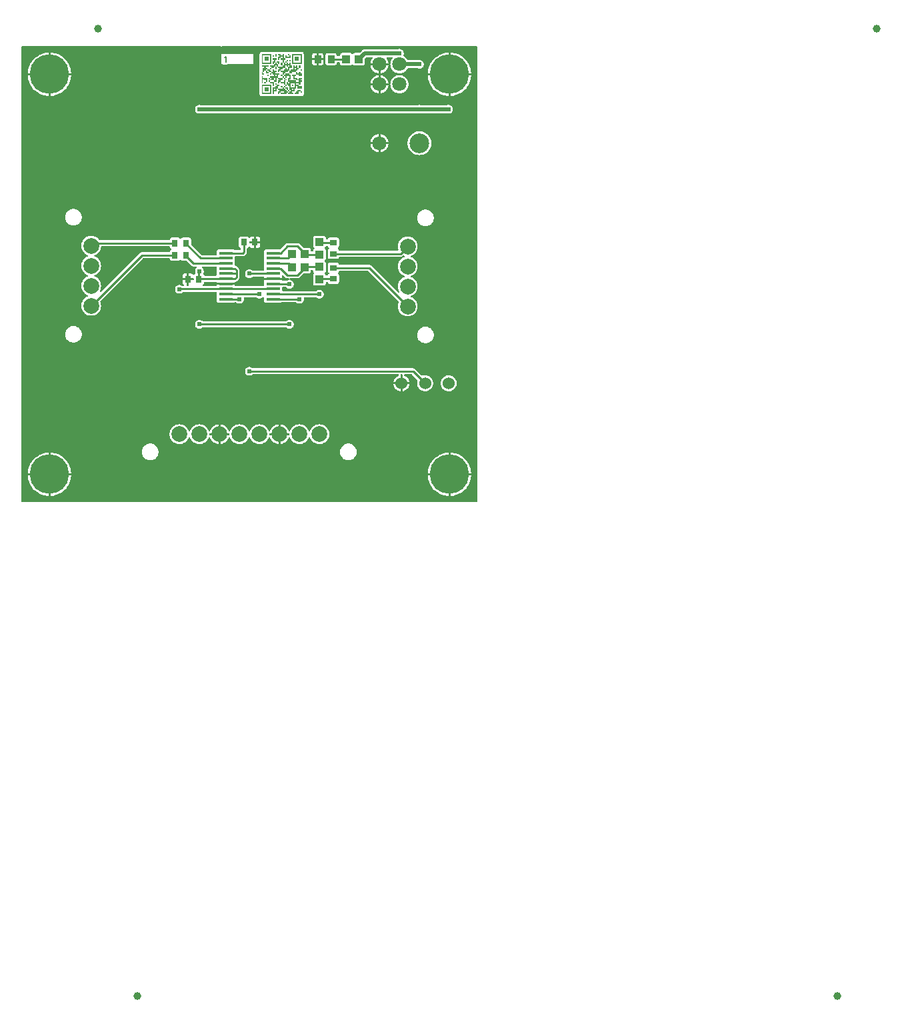
<source format=gtl>
G04 Layer: TopLayer*
G04 Panelize: V-CUT, Column: 2, Row: 2, Board Size: 58.42mm x 58.42mm, Panelized Board Size: 118.84mm x 118.84mm*
G04 EasyEDA v6.5.34, 2023-09-29 09:21:01*
G04 773f863c4d044161bb83cbac7a5785c2,5a6b42c53f6a479593ecc07194224c93,10*
G04 Gerber Generator version 0.2*
G04 Scale: 100 percent, Rotated: No, Reflected: No *
G04 Dimensions in millimeters *
G04 leading zeros omitted , absolute positions ,4 integer and 5 decimal *
%FSLAX45Y45*%
%MOMM*%

%ADD10C,0.1524*%
%ADD11C,0.2540*%
%ADD12C,0.5000*%
%ADD13R,1.0000X1.1000*%
%ADD14R,1.1000X1.0000*%
%ADD15R,0.9000X0.8000*%
%ADD16R,0.8000X0.9000*%
%ADD17R,1.7800X0.4200*%
%ADD18R,0.8999X1.0000*%
%ADD19C,1.0000*%
%ADD20C,5.0000*%
%ADD21C,1.8000*%
%ADD22C,2.0000*%
%ADD23C,2.5000*%
%ADD24C,1.5240*%
%ADD25C,0.6096*%
%ADD26C,0.0142*%

%LPD*%
G36*
X5805932Y25908D02*
G01*
X36068Y26416D01*
X32156Y27178D01*
X28905Y29413D01*
X26670Y32664D01*
X25908Y36576D01*
X25908Y5805932D01*
X26670Y5809843D01*
X28905Y5813094D01*
X32156Y5815330D01*
X36068Y5816092D01*
X2555240Y5816092D01*
X2559151Y5815330D01*
X2562402Y5813094D01*
X2564638Y5809843D01*
X2565400Y5805932D01*
X2566162Y5809843D01*
X2568397Y5813094D01*
X2571648Y5815330D01*
X2575560Y5816092D01*
X3050540Y5816092D01*
X3054451Y5815330D01*
X3057702Y5813094D01*
X3059938Y5809843D01*
X3060700Y5805932D01*
X3061462Y5809843D01*
X3063697Y5813094D01*
X3066948Y5815330D01*
X3070860Y5816092D01*
X5805932Y5816092D01*
X5809843Y5815330D01*
X5813094Y5813094D01*
X5815330Y5809843D01*
X5816092Y5805932D01*
X5816092Y36068D01*
X5815330Y32207D01*
X5813094Y28905D01*
X5809843Y26670D01*
G37*

%LPC*%
G36*
X3717594Y5664200D02*
G01*
X3775811Y5664200D01*
X3775811Y5727395D01*
X3744061Y5727395D01*
X3737762Y5726684D01*
X3732276Y5724804D01*
X3727399Y5721705D01*
X3723284Y5717590D01*
X3720185Y5712714D01*
X3718306Y5707227D01*
X3717594Y5700928D01*
G37*
G36*
X5448300Y105613D02*
G01*
X5448300Y368300D01*
X5185410Y368300D01*
X5187289Y346405D01*
X5191150Y323646D01*
X5196890Y301244D01*
X5204460Y279450D01*
X5213858Y258317D01*
X5224983Y238099D01*
X5237784Y218846D01*
X5252161Y200710D01*
X5267960Y183896D01*
X5285130Y168402D01*
X5303520Y154432D01*
X5323027Y142087D01*
X5343499Y131368D01*
X5364835Y122428D01*
X5386781Y115265D01*
X5409285Y109982D01*
X5432145Y106629D01*
G37*
G36*
X368300Y105613D02*
G01*
X368300Y368300D01*
X105410Y368300D01*
X107289Y346405D01*
X111150Y323646D01*
X116890Y301244D01*
X124460Y279450D01*
X133858Y258317D01*
X144983Y238099D01*
X157784Y218846D01*
X172161Y200710D01*
X187960Y183896D01*
X205130Y168402D01*
X223520Y154432D01*
X243027Y142087D01*
X263499Y131368D01*
X284835Y122428D01*
X306781Y115265D01*
X329285Y109982D01*
X352145Y106629D01*
G37*
G36*
X393700Y393700D02*
G01*
X656336Y393700D01*
X655929Y404063D01*
X653034Y427024D01*
X648208Y449630D01*
X641553Y471728D01*
X633018Y493217D01*
X622757Y513892D01*
X610819Y533704D01*
X597204Y552348D01*
X582117Y569874D01*
X565607Y586028D01*
X547827Y600760D01*
X528828Y613968D01*
X508812Y625500D01*
X487934Y635355D01*
X466242Y643382D01*
X443992Y649630D01*
X421284Y653948D01*
X398322Y656336D01*
X393700Y656437D01*
G37*
G36*
X5473700Y393700D02*
G01*
X5736336Y393700D01*
X5735929Y404063D01*
X5733034Y427024D01*
X5728208Y449630D01*
X5721553Y471728D01*
X5713018Y493217D01*
X5702757Y513892D01*
X5690819Y533704D01*
X5677204Y552348D01*
X5662117Y569874D01*
X5645607Y586028D01*
X5627827Y600760D01*
X5608828Y613968D01*
X5588812Y625500D01*
X5567934Y635355D01*
X5546242Y643382D01*
X5523992Y649630D01*
X5501284Y653948D01*
X5478322Y656336D01*
X5473700Y656437D01*
G37*
G36*
X5185410Y393700D02*
G01*
X5448300Y393700D01*
X5448300Y656386D01*
X5432145Y655370D01*
X5409285Y652018D01*
X5386781Y646734D01*
X5364835Y639572D01*
X5343499Y630631D01*
X5323027Y619912D01*
X5303520Y607568D01*
X5285130Y593598D01*
X5267960Y578104D01*
X5252161Y561289D01*
X5237784Y543153D01*
X5224983Y523900D01*
X5213858Y503682D01*
X5204460Y482549D01*
X5196890Y460756D01*
X5191150Y438353D01*
X5187289Y415594D01*
G37*
G36*
X105410Y393700D02*
G01*
X368300Y393700D01*
X368300Y656386D01*
X352145Y655370D01*
X329285Y652018D01*
X306781Y646734D01*
X284835Y639572D01*
X263499Y630631D01*
X243027Y619912D01*
X223520Y607568D01*
X205130Y593598D01*
X187960Y578104D01*
X172161Y561289D01*
X157784Y543153D01*
X144983Y523900D01*
X133858Y503682D01*
X124460Y482549D01*
X116890Y460756D01*
X111150Y438353D01*
X107289Y415594D01*
G37*
G36*
X1660398Y558139D02*
G01*
X1674215Y559003D01*
X1687779Y561746D01*
X1700936Y566166D01*
X1713331Y572312D01*
X1724863Y579983D01*
X1735277Y589127D01*
X1744421Y599541D01*
X1752092Y611073D01*
X1758238Y623468D01*
X1762658Y636625D01*
X1765401Y650189D01*
X1766265Y664006D01*
X1765401Y677824D01*
X1762658Y691388D01*
X1758238Y704545D01*
X1752092Y716940D01*
X1744421Y728472D01*
X1735277Y738886D01*
X1724863Y748030D01*
X1713331Y755700D01*
X1700936Y761847D01*
X1687779Y766267D01*
X1674215Y769010D01*
X1660398Y769874D01*
X1646580Y769010D01*
X1633016Y766267D01*
X1619859Y761847D01*
X1607464Y755700D01*
X1595932Y748030D01*
X1585518Y738886D01*
X1576374Y728472D01*
X1568704Y716940D01*
X1562557Y704545D01*
X1558137Y691388D01*
X1555394Y677824D01*
X1554530Y664006D01*
X1555394Y650189D01*
X1558137Y636625D01*
X1562557Y623468D01*
X1568704Y611073D01*
X1576374Y599541D01*
X1585518Y589127D01*
X1595932Y579983D01*
X1607464Y572312D01*
X1619859Y566166D01*
X1633016Y561746D01*
X1646580Y559003D01*
G37*
G36*
X4176420Y558139D02*
G01*
X4190237Y559003D01*
X4203801Y561746D01*
X4216908Y566166D01*
X4229354Y572312D01*
X4240834Y579983D01*
X4251248Y589127D01*
X4260392Y599541D01*
X4268114Y611073D01*
X4274210Y623468D01*
X4278680Y636625D01*
X4281373Y650189D01*
X4282287Y664006D01*
X4281373Y677824D01*
X4278680Y691388D01*
X4274210Y704545D01*
X4268114Y716940D01*
X4260392Y728472D01*
X4251248Y738886D01*
X4240834Y748030D01*
X4229354Y755700D01*
X4216908Y761847D01*
X4203801Y766267D01*
X4190237Y769010D01*
X4176420Y769874D01*
X4162551Y769010D01*
X4148988Y766267D01*
X4135882Y761847D01*
X4123436Y755700D01*
X4111955Y748030D01*
X4101541Y738886D01*
X4092397Y728472D01*
X4084675Y716940D01*
X4078579Y704545D01*
X4074109Y691388D01*
X4071416Y677824D01*
X4070502Y664006D01*
X4071416Y650189D01*
X4074109Y636625D01*
X4078579Y623468D01*
X4084675Y611073D01*
X4092397Y599541D01*
X4101541Y589127D01*
X4111955Y579983D01*
X4123436Y572312D01*
X4135882Y566166D01*
X4148988Y561746D01*
X4162551Y559003D01*
G37*
G36*
X3556000Y763117D02*
G01*
X3571189Y764032D01*
X3586124Y766775D01*
X3600653Y771296D01*
X3614521Y777544D01*
X3627526Y785418D01*
X3639464Y794766D01*
X3650234Y805535D01*
X3659581Y817473D01*
X3667455Y830478D01*
X3673754Y844397D01*
X3675938Y847598D01*
X3679190Y849680D01*
X3683000Y850392D01*
X3686810Y849680D01*
X3690061Y847598D01*
X3692245Y844397D01*
X3698544Y830478D01*
X3706418Y817473D01*
X3715765Y805535D01*
X3726535Y794766D01*
X3738473Y785418D01*
X3751478Y777544D01*
X3765346Y771296D01*
X3779875Y766775D01*
X3794810Y764032D01*
X3810000Y763117D01*
X3825189Y764032D01*
X3840124Y766775D01*
X3854653Y771296D01*
X3868521Y777544D01*
X3881526Y785418D01*
X3893464Y794766D01*
X3904234Y805535D01*
X3913581Y817473D01*
X3921455Y830478D01*
X3927703Y844346D01*
X3932224Y858875D01*
X3934968Y873810D01*
X3935882Y889000D01*
X3934968Y904189D01*
X3932224Y919124D01*
X3927703Y933653D01*
X3921455Y947521D01*
X3913581Y960526D01*
X3904234Y972464D01*
X3893464Y983234D01*
X3881526Y992581D01*
X3868521Y1000455D01*
X3854653Y1006703D01*
X3840124Y1011224D01*
X3825189Y1013968D01*
X3810000Y1014882D01*
X3794810Y1013968D01*
X3779875Y1011224D01*
X3765346Y1006703D01*
X3751478Y1000455D01*
X3738473Y992581D01*
X3726535Y983234D01*
X3715765Y972464D01*
X3706418Y960526D01*
X3698544Y947521D01*
X3692245Y933602D01*
X3690061Y930402D01*
X3686810Y928319D01*
X3683000Y927608D01*
X3679190Y928319D01*
X3675938Y930402D01*
X3673754Y933602D01*
X3667455Y947521D01*
X3659581Y960526D01*
X3650234Y972464D01*
X3639464Y983234D01*
X3627526Y992581D01*
X3614521Y1000455D01*
X3600653Y1006703D01*
X3586124Y1011224D01*
X3571189Y1013968D01*
X3556000Y1014882D01*
X3540810Y1013968D01*
X3525875Y1011224D01*
X3511346Y1006703D01*
X3497478Y1000455D01*
X3484473Y992581D01*
X3472535Y983234D01*
X3461765Y972464D01*
X3452418Y960526D01*
X3444544Y947521D01*
X3438245Y933602D01*
X3436061Y930402D01*
X3432810Y928319D01*
X3429000Y927608D01*
X3425190Y928319D01*
X3421938Y930402D01*
X3419754Y933602D01*
X3413455Y947521D01*
X3405581Y960526D01*
X3396234Y972464D01*
X3385464Y983234D01*
X3373526Y992581D01*
X3360521Y1000455D01*
X3346653Y1006703D01*
X3332124Y1011224D01*
X3317189Y1013968D01*
X3314700Y1014120D01*
X3314700Y901700D01*
X3420110Y901700D01*
X3423970Y900937D01*
X3427272Y898702D01*
X3429457Y895451D01*
X3430270Y891540D01*
X3430270Y886460D01*
X3429457Y882548D01*
X3427272Y879297D01*
X3423970Y877062D01*
X3420110Y876300D01*
X3314700Y876300D01*
X3314700Y763879D01*
X3317189Y764032D01*
X3332124Y766775D01*
X3346653Y771296D01*
X3360521Y777544D01*
X3373526Y785418D01*
X3385464Y794766D01*
X3396234Y805535D01*
X3405581Y817473D01*
X3413455Y830478D01*
X3419754Y844397D01*
X3421938Y847598D01*
X3425190Y849680D01*
X3429000Y850392D01*
X3432810Y849680D01*
X3436061Y847598D01*
X3438245Y844397D01*
X3444544Y830478D01*
X3452418Y817473D01*
X3461765Y805535D01*
X3472535Y794766D01*
X3484473Y785418D01*
X3497478Y777544D01*
X3511346Y771296D01*
X3525875Y766775D01*
X3540810Y764032D01*
G37*
G36*
X2032000Y763117D02*
G01*
X2047189Y764032D01*
X2062124Y766775D01*
X2076653Y771296D01*
X2090521Y777544D01*
X2103526Y785418D01*
X2115464Y794766D01*
X2126234Y805535D01*
X2135581Y817473D01*
X2143455Y830478D01*
X2149754Y844397D01*
X2151938Y847598D01*
X2155190Y849680D01*
X2159000Y850392D01*
X2162810Y849680D01*
X2166061Y847598D01*
X2168245Y844397D01*
X2174544Y830478D01*
X2182418Y817473D01*
X2191766Y805535D01*
X2202535Y794766D01*
X2214473Y785418D01*
X2227478Y777544D01*
X2241346Y771296D01*
X2255875Y766775D01*
X2270810Y764032D01*
X2286000Y763117D01*
X2301189Y764032D01*
X2316124Y766775D01*
X2330653Y771296D01*
X2344521Y777544D01*
X2357526Y785418D01*
X2369464Y794766D01*
X2380234Y805535D01*
X2389581Y817473D01*
X2397455Y830478D01*
X2403754Y844397D01*
X2405938Y847598D01*
X2409190Y849680D01*
X2413000Y850392D01*
X2416810Y849680D01*
X2420061Y847598D01*
X2422245Y844397D01*
X2428544Y830478D01*
X2436418Y817473D01*
X2445766Y805535D01*
X2456535Y794766D01*
X2468473Y785418D01*
X2481478Y777544D01*
X2495346Y771296D01*
X2509875Y766775D01*
X2524810Y764032D01*
X2527300Y763879D01*
X2527300Y876300D01*
X2421890Y876300D01*
X2418029Y877062D01*
X2414727Y879297D01*
X2412542Y882548D01*
X2411730Y886460D01*
X2411730Y891540D01*
X2412542Y895451D01*
X2414727Y898702D01*
X2418029Y900937D01*
X2421890Y901700D01*
X2527300Y901700D01*
X2527300Y1014120D01*
X2524810Y1013968D01*
X2509875Y1011224D01*
X2495346Y1006703D01*
X2481478Y1000455D01*
X2468473Y992581D01*
X2456535Y983234D01*
X2445766Y972464D01*
X2436418Y960526D01*
X2428544Y947521D01*
X2422245Y933602D01*
X2420061Y930402D01*
X2416810Y928319D01*
X2413000Y927608D01*
X2409190Y928319D01*
X2405938Y930402D01*
X2403754Y933602D01*
X2397455Y947521D01*
X2389581Y960526D01*
X2380234Y972464D01*
X2369464Y983234D01*
X2357526Y992581D01*
X2344521Y1000455D01*
X2330653Y1006703D01*
X2316124Y1011224D01*
X2301189Y1013968D01*
X2286000Y1014882D01*
X2270810Y1013968D01*
X2255875Y1011224D01*
X2241346Y1006703D01*
X2227478Y1000455D01*
X2214473Y992581D01*
X2202535Y983234D01*
X2191766Y972464D01*
X2182418Y960526D01*
X2174544Y947521D01*
X2168245Y933602D01*
X2166061Y930402D01*
X2162810Y928319D01*
X2159000Y927608D01*
X2155190Y928319D01*
X2151938Y930402D01*
X2149754Y933602D01*
X2143455Y947521D01*
X2135581Y960526D01*
X2126234Y972464D01*
X2115464Y983234D01*
X2103526Y992581D01*
X2090521Y1000455D01*
X2076653Y1006703D01*
X2062124Y1011224D01*
X2047189Y1013968D01*
X2032000Y1014882D01*
X2016810Y1013968D01*
X2001875Y1011224D01*
X1987346Y1006703D01*
X1973478Y1000455D01*
X1960473Y992581D01*
X1948535Y983234D01*
X1937766Y972464D01*
X1928418Y960526D01*
X1920544Y947521D01*
X1914296Y933653D01*
X1909775Y919124D01*
X1907032Y904189D01*
X1906117Y889000D01*
X1907032Y873810D01*
X1909775Y858875D01*
X1914296Y844346D01*
X1920544Y830478D01*
X1928418Y817473D01*
X1937766Y805535D01*
X1948535Y794766D01*
X1960473Y785418D01*
X1973478Y777544D01*
X1987346Y771296D01*
X2001875Y766775D01*
X2016810Y764032D01*
G37*
G36*
X2794000Y763117D02*
G01*
X2809189Y764032D01*
X2824124Y766775D01*
X2838653Y771296D01*
X2852521Y777544D01*
X2865526Y785418D01*
X2877464Y794766D01*
X2888234Y805535D01*
X2897581Y817473D01*
X2905455Y830478D01*
X2911754Y844397D01*
X2913938Y847598D01*
X2917190Y849680D01*
X2921000Y850392D01*
X2924810Y849680D01*
X2928061Y847598D01*
X2930245Y844397D01*
X2936544Y830478D01*
X2944418Y817473D01*
X2953766Y805535D01*
X2964535Y794766D01*
X2976473Y785418D01*
X2989478Y777544D01*
X3003346Y771296D01*
X3017875Y766775D01*
X3032810Y764032D01*
X3048000Y763117D01*
X3063189Y764032D01*
X3078124Y766775D01*
X3092653Y771296D01*
X3106521Y777544D01*
X3119526Y785418D01*
X3131464Y794766D01*
X3142234Y805535D01*
X3151581Y817473D01*
X3159455Y830478D01*
X3165754Y844397D01*
X3167938Y847598D01*
X3171190Y849680D01*
X3175000Y850392D01*
X3178810Y849680D01*
X3182061Y847598D01*
X3184245Y844397D01*
X3190544Y830478D01*
X3198418Y817473D01*
X3207766Y805535D01*
X3218535Y794766D01*
X3230473Y785418D01*
X3243478Y777544D01*
X3257346Y771296D01*
X3271875Y766775D01*
X3286810Y764032D01*
X3289300Y763879D01*
X3289300Y876300D01*
X3183890Y876300D01*
X3180029Y877062D01*
X3176727Y879297D01*
X3174542Y882548D01*
X3173730Y886460D01*
X3173730Y891540D01*
X3174542Y895451D01*
X3176727Y898702D01*
X3180029Y900937D01*
X3183890Y901700D01*
X3289300Y901700D01*
X3289300Y1014120D01*
X3286810Y1013968D01*
X3271875Y1011224D01*
X3257346Y1006703D01*
X3243478Y1000455D01*
X3230473Y992581D01*
X3218535Y983234D01*
X3207766Y972464D01*
X3198418Y960526D01*
X3190544Y947521D01*
X3184245Y933602D01*
X3182061Y930402D01*
X3178810Y928319D01*
X3175000Y927608D01*
X3171190Y928319D01*
X3167938Y930402D01*
X3165754Y933602D01*
X3159455Y947521D01*
X3151581Y960526D01*
X3142234Y972464D01*
X3131464Y983234D01*
X3119526Y992581D01*
X3106521Y1000455D01*
X3092653Y1006703D01*
X3078124Y1011224D01*
X3063189Y1013968D01*
X3048000Y1014882D01*
X3032810Y1013968D01*
X3017875Y1011224D01*
X3003346Y1006703D01*
X2989478Y1000455D01*
X2976473Y992581D01*
X2964535Y983234D01*
X2953766Y972464D01*
X2944418Y960526D01*
X2936544Y947521D01*
X2930245Y933602D01*
X2928061Y930402D01*
X2924810Y928319D01*
X2921000Y927608D01*
X2917190Y928319D01*
X2913938Y930402D01*
X2911754Y933602D01*
X2905455Y947521D01*
X2897581Y960526D01*
X2888234Y972464D01*
X2877464Y983234D01*
X2865526Y992581D01*
X2852521Y1000455D01*
X2838653Y1006703D01*
X2824124Y1011224D01*
X2809189Y1013968D01*
X2794000Y1014882D01*
X2778810Y1013968D01*
X2763875Y1011224D01*
X2749346Y1006703D01*
X2735478Y1000455D01*
X2722473Y992581D01*
X2710535Y983234D01*
X2699766Y972464D01*
X2690418Y960526D01*
X2682544Y947521D01*
X2676245Y933602D01*
X2674061Y930402D01*
X2670810Y928319D01*
X2667000Y927608D01*
X2663190Y928319D01*
X2659938Y930402D01*
X2657754Y933602D01*
X2651455Y947521D01*
X2643581Y960526D01*
X2634234Y972464D01*
X2623464Y983234D01*
X2611526Y992581D01*
X2598521Y1000455D01*
X2584653Y1006703D01*
X2570124Y1011224D01*
X2555189Y1013968D01*
X2552700Y1014120D01*
X2552700Y901700D01*
X2658110Y901700D01*
X2661970Y900937D01*
X2665272Y898702D01*
X2667457Y895451D01*
X2668270Y891540D01*
X2668270Y886460D01*
X2667457Y882548D01*
X2665272Y879297D01*
X2661970Y877062D01*
X2658110Y876300D01*
X2552700Y876300D01*
X2552700Y763879D01*
X2555189Y764032D01*
X2570124Y766775D01*
X2584653Y771296D01*
X2598521Y777544D01*
X2611526Y785418D01*
X2623464Y794766D01*
X2634234Y805535D01*
X2643581Y817473D01*
X2651455Y830478D01*
X2657754Y844397D01*
X2659938Y847598D01*
X2663190Y849680D01*
X2667000Y850392D01*
X2670810Y849680D01*
X2674061Y847598D01*
X2676245Y844397D01*
X2682544Y830478D01*
X2690418Y817473D01*
X2699766Y805535D01*
X2710535Y794766D01*
X2722473Y785418D01*
X2735478Y777544D01*
X2749346Y771296D01*
X2763875Y766775D01*
X2778810Y764032D01*
G37*
G36*
X5447944Y1434642D02*
G01*
X5461609Y1435100D01*
X5475020Y1437386D01*
X5488076Y1441399D01*
X5500420Y1447139D01*
X5511901Y1454505D01*
X5522315Y1463294D01*
X5531459Y1473403D01*
X5539181Y1484630D01*
X5545328Y1496822D01*
X5549849Y1509725D01*
X5552541Y1523085D01*
X5553456Y1536649D01*
X5552541Y1550263D01*
X5549849Y1563624D01*
X5545328Y1576527D01*
X5539181Y1588719D01*
X5531459Y1599946D01*
X5522315Y1610055D01*
X5511901Y1618843D01*
X5500420Y1626209D01*
X5488076Y1631950D01*
X5475020Y1635963D01*
X5461609Y1638249D01*
X5447944Y1638706D01*
X5434380Y1637334D01*
X5421122Y1634185D01*
X5408371Y1629257D01*
X5396433Y1622704D01*
X5385460Y1614627D01*
X5375656Y1605127D01*
X5367223Y1594459D01*
X5360263Y1582724D01*
X5354929Y1570177D01*
X5351322Y1557020D01*
X5349494Y1543507D01*
X5349494Y1529842D01*
X5351322Y1516329D01*
X5354929Y1503172D01*
X5360263Y1490624D01*
X5367223Y1478889D01*
X5375656Y1468221D01*
X5385460Y1458722D01*
X5396433Y1450644D01*
X5408371Y1444091D01*
X5421122Y1439164D01*
X5434380Y1436014D01*
G37*
G36*
X5147970Y1434642D02*
G01*
X5161584Y1435100D01*
X5175046Y1437386D01*
X5188051Y1441399D01*
X5200446Y1447139D01*
X5211927Y1454505D01*
X5222341Y1463294D01*
X5231485Y1473403D01*
X5239207Y1484630D01*
X5245354Y1496822D01*
X5249824Y1509725D01*
X5252516Y1523085D01*
X5253431Y1536649D01*
X5252516Y1550263D01*
X5249824Y1563624D01*
X5245354Y1576527D01*
X5239207Y1588719D01*
X5231485Y1599946D01*
X5222341Y1610055D01*
X5211927Y1618843D01*
X5200446Y1626209D01*
X5188051Y1631950D01*
X5175046Y1635963D01*
X5161584Y1638249D01*
X5147970Y1638706D01*
X5134406Y1637334D01*
X5121097Y1634185D01*
X5118201Y1633067D01*
X5114391Y1632356D01*
X5110581Y1633169D01*
X5107330Y1635353D01*
X5026660Y1716024D01*
X5020411Y1721154D01*
X5013756Y1724710D01*
X5006543Y1726895D01*
X4998516Y1727707D01*
X2966008Y1727707D01*
X2962097Y1728470D01*
X2958795Y1730705D01*
X2957220Y1732280D01*
X2949194Y1737918D01*
X2940253Y1742033D01*
X2930804Y1744573D01*
X2921000Y1745437D01*
X2911195Y1744573D01*
X2901746Y1742033D01*
X2892806Y1737918D01*
X2884779Y1732280D01*
X2877820Y1725320D01*
X2872181Y1717293D01*
X2868066Y1708353D01*
X2865526Y1698904D01*
X2864662Y1689100D01*
X2865526Y1679295D01*
X2868066Y1669846D01*
X2872181Y1660906D01*
X2877820Y1652879D01*
X2884779Y1645920D01*
X2892806Y1640281D01*
X2901746Y1636166D01*
X2911195Y1633626D01*
X2921000Y1632762D01*
X2930804Y1633626D01*
X2940253Y1636166D01*
X2949194Y1640281D01*
X2957220Y1645920D01*
X2958795Y1647494D01*
X2962097Y1649730D01*
X2966008Y1650492D01*
X4808829Y1650492D01*
X4812741Y1649679D01*
X4816094Y1647443D01*
X4818278Y1644142D01*
X4818989Y1640179D01*
X4818126Y1636268D01*
X4815840Y1633016D01*
X4812487Y1630832D01*
X4808372Y1629257D01*
X4796434Y1622704D01*
X4785461Y1614627D01*
X4775657Y1605127D01*
X4767224Y1594459D01*
X4760264Y1582724D01*
X4754930Y1570177D01*
X4751324Y1557020D01*
X4750308Y1549349D01*
X4838649Y1549349D01*
X4838649Y1640332D01*
X4839462Y1644243D01*
X4841646Y1647494D01*
X4844948Y1649730D01*
X4848809Y1650492D01*
X4853889Y1650492D01*
X4857800Y1649730D01*
X4861102Y1647494D01*
X4863287Y1644243D01*
X4864049Y1640332D01*
X4864049Y1549349D01*
X4952593Y1549349D01*
X4949850Y1563624D01*
X4945329Y1576527D01*
X4939182Y1588719D01*
X4931460Y1599946D01*
X4922316Y1610055D01*
X4911902Y1618843D01*
X4900422Y1626209D01*
X4889804Y1631137D01*
X4886655Y1633423D01*
X4884623Y1636725D01*
X4883962Y1640586D01*
X4884775Y1644396D01*
X4887010Y1647596D01*
X4890262Y1649730D01*
X4894122Y1650492D01*
X4978806Y1650492D01*
X4982667Y1649730D01*
X4985969Y1647494D01*
X5052568Y1580896D01*
X5054600Y1578000D01*
X5055514Y1574546D01*
X5055209Y1571040D01*
X5051348Y1557020D01*
X5049520Y1543507D01*
X5049520Y1529842D01*
X5051348Y1516329D01*
X5054904Y1503172D01*
X5060238Y1490624D01*
X5067198Y1478889D01*
X5075631Y1468221D01*
X5085435Y1458722D01*
X5096459Y1450644D01*
X5108397Y1444091D01*
X5121097Y1439164D01*
X5134406Y1436014D01*
G37*
G36*
X4864049Y1435506D02*
G01*
X4875022Y1437386D01*
X4888077Y1441399D01*
X4900422Y1447139D01*
X4911902Y1454505D01*
X4922316Y1463294D01*
X4931460Y1473403D01*
X4939182Y1484630D01*
X4945329Y1496822D01*
X4949850Y1509725D01*
X4952593Y1523949D01*
X4864049Y1523949D01*
G37*
G36*
X4838649Y1435557D02*
G01*
X4838649Y1523949D01*
X4750308Y1523949D01*
X4751324Y1516329D01*
X4754930Y1503172D01*
X4760264Y1490624D01*
X4767224Y1478889D01*
X4775657Y1468221D01*
X4785461Y1458722D01*
X4796434Y1450644D01*
X4808372Y1444091D01*
X4821123Y1439164D01*
X4834382Y1436014D01*
G37*
G36*
X5156250Y2043734D02*
G01*
X5170068Y2044598D01*
X5183632Y2047341D01*
X5196738Y2051761D01*
X5209184Y2057907D01*
X5220665Y2065578D01*
X5231079Y2074722D01*
X5240223Y2085136D01*
X5247944Y2096668D01*
X5254040Y2109063D01*
X5258511Y2122220D01*
X5261203Y2135784D01*
X5262118Y2149602D01*
X5261203Y2163419D01*
X5258511Y2176983D01*
X5254040Y2190140D01*
X5247944Y2202535D01*
X5240223Y2214067D01*
X5231079Y2224481D01*
X5220665Y2233625D01*
X5209184Y2241296D01*
X5196738Y2247442D01*
X5183632Y2251862D01*
X5170068Y2254605D01*
X5156250Y2255469D01*
X5142382Y2254605D01*
X5128818Y2251862D01*
X5115712Y2247442D01*
X5103266Y2241296D01*
X5091785Y2233625D01*
X5081371Y2224481D01*
X5072227Y2214067D01*
X5064506Y2202535D01*
X5058410Y2190140D01*
X5053939Y2176983D01*
X5051247Y2163419D01*
X5050332Y2149602D01*
X5051247Y2135784D01*
X5053939Y2122220D01*
X5058410Y2109063D01*
X5064506Y2096668D01*
X5072227Y2085136D01*
X5081371Y2074722D01*
X5091785Y2065578D01*
X5103266Y2057907D01*
X5115712Y2051761D01*
X5128818Y2047341D01*
X5142382Y2044598D01*
G37*
G36*
X685800Y2051913D02*
G01*
X699617Y2052828D01*
X713181Y2055520D01*
X726338Y2059990D01*
X738733Y2066086D01*
X750265Y2073808D01*
X760679Y2082952D01*
X769823Y2093366D01*
X777494Y2104847D01*
X783640Y2117293D01*
X788060Y2130399D01*
X790803Y2143963D01*
X791667Y2157780D01*
X790803Y2171649D01*
X788060Y2185212D01*
X783640Y2198319D01*
X777494Y2210765D01*
X769823Y2222246D01*
X760679Y2232660D01*
X750265Y2241804D01*
X738733Y2249525D01*
X726338Y2255621D01*
X713181Y2260092D01*
X699617Y2262784D01*
X685800Y2263698D01*
X671982Y2262784D01*
X658418Y2260092D01*
X645261Y2255621D01*
X632866Y2249525D01*
X621334Y2241804D01*
X610920Y2232660D01*
X601776Y2222246D01*
X594106Y2210765D01*
X587959Y2198319D01*
X583539Y2185212D01*
X580796Y2171649D01*
X579932Y2157780D01*
X580796Y2143963D01*
X583539Y2130399D01*
X587959Y2117293D01*
X594106Y2104847D01*
X601776Y2093366D01*
X610920Y2082952D01*
X621334Y2073808D01*
X632866Y2066086D01*
X645261Y2059990D01*
X658418Y2055520D01*
X671982Y2052828D01*
G37*
G36*
X2286000Y2229662D02*
G01*
X2295804Y2230526D01*
X2305253Y2233066D01*
X2314194Y2237181D01*
X2322220Y2242820D01*
X2323795Y2244394D01*
X2327097Y2246630D01*
X2331008Y2247392D01*
X3383991Y2247392D01*
X3387902Y2246630D01*
X3391204Y2244394D01*
X3392779Y2242820D01*
X3400806Y2237181D01*
X3409746Y2233066D01*
X3419195Y2230526D01*
X3429000Y2229662D01*
X3438804Y2230526D01*
X3448253Y2233066D01*
X3457194Y2237181D01*
X3465220Y2242820D01*
X3472179Y2249779D01*
X3477818Y2257806D01*
X3481933Y2266746D01*
X3484473Y2276195D01*
X3485337Y2286000D01*
X3484473Y2295804D01*
X3481933Y2305253D01*
X3477818Y2314194D01*
X3472179Y2322220D01*
X3465220Y2329180D01*
X3457194Y2334818D01*
X3448253Y2338933D01*
X3438804Y2341473D01*
X3429000Y2342337D01*
X3419195Y2341473D01*
X3409746Y2338933D01*
X3400806Y2334818D01*
X3392779Y2329180D01*
X3391204Y2327605D01*
X3387902Y2325370D01*
X3383991Y2324608D01*
X2331008Y2324608D01*
X2327097Y2325370D01*
X2323795Y2327605D01*
X2322220Y2329180D01*
X2314194Y2334818D01*
X2305253Y2338933D01*
X2295804Y2341473D01*
X2286000Y2342337D01*
X2276195Y2341473D01*
X2266746Y2338933D01*
X2257806Y2334818D01*
X2249779Y2329180D01*
X2242820Y2322220D01*
X2237181Y2314194D01*
X2233066Y2305253D01*
X2230526Y2295804D01*
X2229662Y2286000D01*
X2230526Y2276195D01*
X2233066Y2266746D01*
X2237181Y2257806D01*
X2242820Y2249779D01*
X2249779Y2242820D01*
X2257806Y2237181D01*
X2266746Y2233066D01*
X2276195Y2230526D01*
G37*
G36*
X4931206Y2386279D02*
G01*
X4946396Y2387193D01*
X4961331Y2389936D01*
X4975860Y2394458D01*
X4989728Y2400706D01*
X5002733Y2408580D01*
X5014722Y2417927D01*
X5025440Y2428697D01*
X5034838Y2440635D01*
X5042662Y2453690D01*
X5048910Y2467508D01*
X5053431Y2482037D01*
X5056174Y2496972D01*
X5057089Y2512161D01*
X5056174Y2527350D01*
X5053431Y2542286D01*
X5048910Y2556814D01*
X5042662Y2570683D01*
X5034838Y2583688D01*
X5025440Y2595626D01*
X5014722Y2606395D01*
X5002733Y2615793D01*
X4989728Y2623616D01*
X4975809Y2629916D01*
X4972659Y2632151D01*
X4970526Y2635351D01*
X4969814Y2639161D01*
X4970526Y2642971D01*
X4972659Y2646222D01*
X4975809Y2648458D01*
X4989728Y2654706D01*
X5002733Y2662580D01*
X5014722Y2671927D01*
X5025440Y2682697D01*
X5034838Y2694635D01*
X5042662Y2707690D01*
X5048910Y2721508D01*
X5053431Y2736037D01*
X5056174Y2750972D01*
X5057089Y2766161D01*
X5056174Y2781350D01*
X5053431Y2796286D01*
X5048910Y2810814D01*
X5042662Y2824683D01*
X5034838Y2837688D01*
X5025440Y2849626D01*
X5014722Y2860395D01*
X5002733Y2869793D01*
X4989728Y2877616D01*
X4975809Y2883916D01*
X4972659Y2886151D01*
X4970526Y2889351D01*
X4969814Y2893161D01*
X4970526Y2896971D01*
X4972659Y2900222D01*
X4975809Y2902458D01*
X4989728Y2908706D01*
X5002733Y2916580D01*
X5014722Y2925927D01*
X5025440Y2936697D01*
X5034838Y2948635D01*
X5042662Y2961690D01*
X5048910Y2975508D01*
X5053431Y2990037D01*
X5056174Y3004972D01*
X5057089Y3020161D01*
X5056174Y3035350D01*
X5053431Y3050286D01*
X5048910Y3064814D01*
X5042662Y3078683D01*
X5034838Y3091688D01*
X5025440Y3103626D01*
X5014722Y3114395D01*
X5002733Y3123793D01*
X4989728Y3131616D01*
X4975809Y3137916D01*
X4972659Y3140151D01*
X4970526Y3143351D01*
X4969814Y3147161D01*
X4970526Y3150971D01*
X4972659Y3154222D01*
X4975809Y3156458D01*
X4989728Y3162706D01*
X5002733Y3170580D01*
X5014722Y3179927D01*
X5025440Y3190697D01*
X5034838Y3202635D01*
X5042662Y3215690D01*
X5048910Y3229508D01*
X5053431Y3244037D01*
X5056174Y3258972D01*
X5057089Y3274161D01*
X5056174Y3289350D01*
X5053431Y3304286D01*
X5048910Y3318814D01*
X5042662Y3332683D01*
X5034838Y3345687D01*
X5025440Y3357626D01*
X5014722Y3368395D01*
X5002733Y3377793D01*
X4989728Y3385616D01*
X4975860Y3391865D01*
X4961331Y3396386D01*
X4946396Y3399129D01*
X4931206Y3400044D01*
X4916017Y3399129D01*
X4901082Y3396386D01*
X4886553Y3391865D01*
X4872736Y3385616D01*
X4859680Y3377793D01*
X4847742Y3368395D01*
X4836972Y3357626D01*
X4827625Y3345687D01*
X4819751Y3332683D01*
X4813503Y3318814D01*
X4808982Y3304286D01*
X4806238Y3289350D01*
X4805324Y3274161D01*
X4806238Y3258972D01*
X4808982Y3244037D01*
X4812436Y3232962D01*
X4812842Y3229254D01*
X4811877Y3225596D01*
X4809642Y3222548D01*
X4806442Y3220516D01*
X4802733Y3219805D01*
X4067708Y3219805D01*
X4063644Y3220669D01*
X4060240Y3223056D01*
X4058107Y3226612D01*
X4056075Y3232404D01*
X4053027Y3237331D01*
X4048912Y3241395D01*
X4047032Y3242614D01*
X4044086Y3245408D01*
X4042460Y3249168D01*
X4042460Y3253232D01*
X4044086Y3256991D01*
X4047032Y3259785D01*
X4048912Y3261004D01*
X4053027Y3265068D01*
X4056075Y3269996D01*
X4058005Y3275431D01*
X4058716Y3281781D01*
X4058716Y3360623D01*
X4058005Y3366922D01*
X4056075Y3372408D01*
X4053027Y3377285D01*
X4048912Y3381400D01*
X4044035Y3384499D01*
X4038549Y3386378D01*
X4032250Y3387090D01*
X3943350Y3387090D01*
X3937050Y3386378D01*
X3931564Y3384499D01*
X3926687Y3381400D01*
X3922572Y3377285D01*
X3919524Y3372408D01*
X3917492Y3366617D01*
X3915359Y3363061D01*
X3911955Y3360674D01*
X3907891Y3359810D01*
X3901084Y3359810D01*
X3897172Y3360572D01*
X3893870Y3362807D01*
X3891686Y3366058D01*
X3890924Y3369970D01*
X3890924Y3380638D01*
X3890213Y3386937D01*
X3888282Y3392424D01*
X3885184Y3397300D01*
X3881120Y3401415D01*
X3876192Y3404463D01*
X3870756Y3406394D01*
X3864406Y3407105D01*
X3755593Y3407105D01*
X3749243Y3406394D01*
X3743807Y3404463D01*
X3738879Y3401415D01*
X3734815Y3397300D01*
X3731717Y3392424D01*
X3729786Y3386937D01*
X3729075Y3380638D01*
X3729075Y3281781D01*
X3729786Y3275431D01*
X3731717Y3269996D01*
X3734815Y3265068D01*
X3738879Y3261004D01*
X3740759Y3259785D01*
X3743706Y3256991D01*
X3745331Y3253232D01*
X3745331Y3249168D01*
X3743706Y3245408D01*
X3740759Y3242614D01*
X3738879Y3241395D01*
X3734815Y3237331D01*
X3731717Y3232404D01*
X3729837Y3227019D01*
X3729024Y3218992D01*
X3728008Y3215386D01*
X3725773Y3212439D01*
X3722573Y3210458D01*
X3718915Y3209798D01*
X3709365Y3209798D01*
X3705453Y3210560D01*
X3702151Y3212795D01*
X3699967Y3216046D01*
X3699205Y3219958D01*
X3699205Y3229406D01*
X3698494Y3235756D01*
X3696563Y3241192D01*
X3693515Y3246120D01*
X3689400Y3250184D01*
X3684524Y3253282D01*
X3679037Y3255213D01*
X3672738Y3255924D01*
X3610101Y3255924D01*
X3606190Y3256686D01*
X3602939Y3258870D01*
X3558235Y3303524D01*
X3552037Y3308654D01*
X3545332Y3312210D01*
X3538118Y3314395D01*
X3530092Y3315208D01*
X3404108Y3315208D01*
X3396081Y3314395D01*
X3388868Y3312210D01*
X3382162Y3308654D01*
X3375964Y3303524D01*
X3310382Y3237992D01*
X3307079Y3235807D01*
X3303219Y3234994D01*
X3132582Y3234994D01*
X3126232Y3234283D01*
X3120796Y3232404D01*
X3115868Y3229305D01*
X3111804Y3225241D01*
X3108706Y3220313D01*
X3106826Y3214878D01*
X3106115Y3208528D01*
X3106115Y3167684D01*
X3106826Y3161334D01*
X3107639Y3158947D01*
X3108198Y3155594D01*
X3107639Y3152241D01*
X3106826Y3149854D01*
X3106115Y3143554D01*
X3106115Y3102660D01*
X3106826Y3096361D01*
X3107639Y3093974D01*
X3108198Y3090621D01*
X3107639Y3087268D01*
X3106826Y3084880D01*
X3106115Y3078530D01*
X3106115Y3037687D01*
X3106826Y3031337D01*
X3107639Y3028950D01*
X3108198Y3025597D01*
X3107639Y3022244D01*
X3106826Y3019856D01*
X3106115Y3013557D01*
X3106115Y2976880D01*
X3105302Y2972968D01*
X3103118Y2969666D01*
X3099816Y2967482D01*
X3095955Y2966720D01*
X2966008Y2966720D01*
X2962097Y2967482D01*
X2958795Y2969666D01*
X2957220Y2971241D01*
X2949194Y2976880D01*
X2940253Y2981045D01*
X2930804Y2983585D01*
X2921000Y2984449D01*
X2911195Y2983585D01*
X2901746Y2981045D01*
X2892806Y2976880D01*
X2884779Y2971241D01*
X2877820Y2964332D01*
X2872181Y2956255D01*
X2868066Y2947365D01*
X2865526Y2937865D01*
X2864662Y2928112D01*
X2865526Y2918307D01*
X2868066Y2908808D01*
X2872181Y2899918D01*
X2877820Y2891891D01*
X2884779Y2884932D01*
X2892806Y2879293D01*
X2901746Y2875127D01*
X2911195Y2872587D01*
X2921000Y2871774D01*
X2930804Y2872587D01*
X2940253Y2875127D01*
X2949194Y2879293D01*
X2957220Y2884932D01*
X2958795Y2886506D01*
X2962097Y2888742D01*
X2966008Y2889504D01*
X3095955Y2889504D01*
X3099816Y2888742D01*
X3103118Y2886506D01*
X3105302Y2883204D01*
X3106115Y2879344D01*
X3106115Y2875788D01*
X3209493Y2875788D01*
X3211779Y2878683D01*
X3214878Y2880512D01*
X3218484Y2881172D01*
X3223564Y2881172D01*
X3227120Y2880512D01*
X3230219Y2878683D01*
X3232505Y2875788D01*
X3335883Y2875788D01*
X3335883Y2883560D01*
X3335172Y2889859D01*
X3334359Y2892247D01*
X3333800Y2895600D01*
X3334359Y2898952D01*
X3335223Y2901442D01*
X3337306Y2904947D01*
X3340608Y2907334D01*
X3344621Y2908249D01*
X3348634Y2907538D01*
X3351987Y2905302D01*
X3375964Y2881376D01*
X3382162Y2876245D01*
X3388868Y2872689D01*
X3396081Y2870504D01*
X3404108Y2869692D01*
X3417417Y2869692D01*
X3421481Y2868828D01*
X3424885Y2866440D01*
X3427018Y2862884D01*
X3427577Y2858770D01*
X3426409Y2854807D01*
X3423767Y2851607D01*
X3420059Y2849727D01*
X3409746Y2846933D01*
X3400806Y2842818D01*
X3394760Y2838551D01*
X3391966Y2837180D01*
X3388918Y2836722D01*
X3346043Y2836722D01*
X3342182Y2837484D01*
X3338880Y2839669D01*
X3336696Y2842971D01*
X3335883Y2846882D01*
X3335883Y2850388D01*
X3232505Y2850388D01*
X3230270Y2847543D01*
X3227120Y2845663D01*
X3223564Y2845003D01*
X3218484Y2845003D01*
X3214878Y2845663D01*
X3211728Y2847543D01*
X3209493Y2850388D01*
X3106115Y2850388D01*
X3106115Y2842666D01*
X3106826Y2836367D01*
X3107639Y2833979D01*
X3108198Y2830576D01*
X3107639Y2827223D01*
X3106826Y2824835D01*
X3106115Y2818536D01*
X3106115Y2781858D01*
X3105302Y2777998D01*
X3103118Y2774696D01*
X3099816Y2772511D01*
X3095955Y2771698D01*
X2746044Y2771698D01*
X2742184Y2772511D01*
X2738882Y2774696D01*
X2736697Y2777998D01*
X2735884Y2781858D01*
X2735884Y2785364D01*
X2632506Y2785364D01*
X2630271Y2782519D01*
X2627122Y2780639D01*
X2623515Y2779979D01*
X2618486Y2779979D01*
X2614879Y2780639D01*
X2611729Y2782519D01*
X2609494Y2785364D01*
X2506116Y2785364D01*
X2506116Y2781858D01*
X2505303Y2777998D01*
X2503119Y2774696D01*
X2499817Y2772511D01*
X2495956Y2771698D01*
X2338425Y2771698D01*
X2334158Y2772664D01*
X2330704Y2775254D01*
X2328672Y2779064D01*
X2328367Y2783382D01*
X2329891Y2787446D01*
X2332990Y2790494D01*
X2335885Y2792272D01*
X2340000Y2796387D01*
X2343099Y2801264D01*
X2344978Y2806750D01*
X2345690Y2814320D01*
X2346452Y2818231D01*
X2348687Y2821533D01*
X2351989Y2823718D01*
X2355850Y2824480D01*
X2495956Y2824480D01*
X2499817Y2823718D01*
X2503119Y2821533D01*
X2505303Y2818231D01*
X2506116Y2814320D01*
X2506116Y2810764D01*
X2609494Y2810764D01*
X2611729Y2813659D01*
X2614879Y2815539D01*
X2618486Y2816199D01*
X2623515Y2816199D01*
X2627122Y2815539D01*
X2630271Y2813659D01*
X2632506Y2810764D01*
X2735884Y2810764D01*
X2735884Y2815386D01*
X2736799Y2819603D01*
X2739390Y2823057D01*
X2743098Y2825140D01*
X2750870Y2827477D01*
X2757525Y2831033D01*
X2763774Y2836164D01*
X2782824Y2855264D01*
X2787954Y2861462D01*
X2791510Y2868168D01*
X2793695Y2875381D01*
X2794508Y2883408D01*
X2794508Y2971292D01*
X2793695Y2979318D01*
X2791510Y2986532D01*
X2787954Y2993237D01*
X2782824Y2999435D01*
X2762250Y3020060D01*
X2756001Y3025140D01*
X2749346Y3028746D01*
X2743098Y3030626D01*
X2739390Y3032709D01*
X2736799Y3036163D01*
X2735884Y3040329D01*
X2735884Y3078530D01*
X2735173Y3084880D01*
X2734360Y3087268D01*
X2733802Y3090621D01*
X2734360Y3093974D01*
X2735173Y3096361D01*
X2735884Y3102660D01*
X2735884Y3139338D01*
X2736697Y3143199D01*
X2738882Y3146501D01*
X2742184Y3148736D01*
X2746044Y3149498D01*
X2831998Y3149498D01*
X2840024Y3150260D01*
X2847238Y3152495D01*
X2853893Y3156051D01*
X2860141Y3161131D01*
X2877921Y3178962D01*
X2883052Y3185160D01*
X2886608Y3191865D01*
X2888792Y3199079D01*
X2889605Y3207105D01*
X2889605Y3247491D01*
X2890469Y3251555D01*
X2892856Y3254959D01*
X2896412Y3257092D01*
X2902204Y3259124D01*
X2907131Y3262172D01*
X2911195Y3266287D01*
X2912414Y3268167D01*
X2915208Y3271113D01*
X2918968Y3272739D01*
X2923032Y3272739D01*
X2926791Y3271113D01*
X2929585Y3268167D01*
X2930804Y3266287D01*
X2934868Y3262172D01*
X2939796Y3259124D01*
X2945231Y3257194D01*
X2951581Y3256483D01*
X2978302Y3256483D01*
X2978302Y3314700D01*
X2927096Y3314700D01*
X2923184Y3315462D01*
X2919882Y3317697D01*
X2917698Y3320948D01*
X2916936Y3324860D01*
X2916936Y3329940D01*
X2917698Y3333851D01*
X2919882Y3337102D01*
X2923184Y3339337D01*
X2927096Y3340100D01*
X2978302Y3340100D01*
X2978302Y3398316D01*
X2951581Y3398316D01*
X2945231Y3397605D01*
X2939796Y3395675D01*
X2934868Y3392627D01*
X2930804Y3388512D01*
X2929585Y3386632D01*
X2926791Y3383686D01*
X2923032Y3382060D01*
X2918968Y3382060D01*
X2915208Y3383686D01*
X2912414Y3386632D01*
X2911195Y3388512D01*
X2907131Y3392627D01*
X2902204Y3395675D01*
X2896768Y3397605D01*
X2890418Y3398316D01*
X2811576Y3398316D01*
X2805277Y3397605D01*
X2799791Y3395675D01*
X2794914Y3392627D01*
X2790799Y3388512D01*
X2787700Y3383635D01*
X2785821Y3378149D01*
X2785110Y3371850D01*
X2785110Y3282950D01*
X2785821Y3276650D01*
X2787700Y3271164D01*
X2790799Y3266287D01*
X2794914Y3262172D01*
X2799791Y3259124D01*
X2805582Y3257092D01*
X2809138Y3254959D01*
X2811526Y3251555D01*
X2812389Y3247491D01*
X2812389Y3236874D01*
X2811627Y3232962D01*
X2809392Y3229660D01*
X2806141Y3227476D01*
X2802229Y3226714D01*
X2732938Y3226714D01*
X2730042Y3227120D01*
X2727401Y3228340D01*
X2721152Y3232404D01*
X2715768Y3234283D01*
X2709418Y3234994D01*
X2532583Y3234994D01*
X2526233Y3234283D01*
X2520797Y3232404D01*
X2515870Y3229305D01*
X2511806Y3225241D01*
X2508707Y3220313D01*
X2506827Y3214878D01*
X2506116Y3208528D01*
X2506116Y3171850D01*
X2505303Y3167989D01*
X2503119Y3164687D01*
X2499817Y3162503D01*
X2495956Y3161690D01*
X2319985Y3161690D01*
X2316124Y3162503D01*
X2312822Y3164687D01*
X2183587Y3293922D01*
X2181352Y3297224D01*
X2180590Y3301085D01*
X2180590Y3359150D01*
X2179878Y3365449D01*
X2177999Y3370935D01*
X2174900Y3375812D01*
X2170785Y3379927D01*
X2165908Y3382975D01*
X2160422Y3384905D01*
X2154123Y3385616D01*
X2075281Y3385616D01*
X2068931Y3384905D01*
X2063496Y3382975D01*
X2058568Y3379927D01*
X2054504Y3375812D01*
X2053285Y3373932D01*
X2050491Y3370986D01*
X2046732Y3369360D01*
X2042668Y3369360D01*
X2038908Y3370986D01*
X2036114Y3373932D01*
X2034895Y3375812D01*
X2030831Y3379927D01*
X2025904Y3382975D01*
X2020468Y3384905D01*
X2014118Y3385616D01*
X1935276Y3385616D01*
X1928977Y3384905D01*
X1923491Y3382975D01*
X1918614Y3379927D01*
X1914499Y3375812D01*
X1911400Y3370935D01*
X1909521Y3365449D01*
X1909165Y3362350D01*
X1908098Y3358794D01*
X1905812Y3355898D01*
X1902714Y3353968D01*
X1899056Y3353308D01*
X1019759Y3353308D01*
X1016762Y3353765D01*
X1014018Y3355086D01*
X1011783Y3357219D01*
X1005027Y3365804D01*
X994308Y3376574D01*
X982319Y3385921D01*
X969314Y3393795D01*
X955446Y3400044D01*
X940917Y3404565D01*
X925982Y3407308D01*
X910793Y3408222D01*
X895654Y3407308D01*
X880668Y3404565D01*
X866190Y3400044D01*
X852322Y3393795D01*
X839317Y3385921D01*
X827328Y3376574D01*
X816559Y3365804D01*
X807212Y3353866D01*
X799338Y3340811D01*
X793089Y3326993D01*
X788568Y3312464D01*
X785825Y3297529D01*
X784910Y3282340D01*
X785825Y3267151D01*
X788568Y3252215D01*
X793089Y3237687D01*
X799338Y3223818D01*
X807212Y3210814D01*
X816559Y3198876D01*
X827328Y3188106D01*
X839317Y3178708D01*
X852322Y3170885D01*
X866241Y3164586D01*
X869391Y3162350D01*
X871474Y3159150D01*
X872236Y3155340D01*
X871474Y3151530D01*
X869391Y3148279D01*
X866241Y3146044D01*
X852322Y3139795D01*
X839317Y3131921D01*
X827328Y3122574D01*
X816559Y3111804D01*
X807212Y3099866D01*
X799338Y3086811D01*
X793089Y3072993D01*
X788568Y3058464D01*
X785825Y3043529D01*
X784910Y3028340D01*
X785825Y3013151D01*
X788568Y2998216D01*
X793089Y2983687D01*
X799338Y2969818D01*
X807212Y2956814D01*
X816559Y2944876D01*
X827328Y2934106D01*
X839317Y2924708D01*
X852322Y2916885D01*
X866241Y2910586D01*
X869391Y2908350D01*
X871474Y2905150D01*
X872236Y2901340D01*
X871474Y2897530D01*
X869391Y2894279D01*
X866241Y2892044D01*
X852322Y2885795D01*
X839317Y2877921D01*
X827328Y2868574D01*
X816559Y2857804D01*
X807212Y2845866D01*
X799338Y2832811D01*
X793089Y2818993D01*
X788568Y2804464D01*
X785825Y2789529D01*
X784910Y2774340D01*
X785825Y2759151D01*
X788568Y2744216D01*
X793089Y2729687D01*
X799338Y2715818D01*
X807212Y2702814D01*
X816559Y2690876D01*
X827328Y2680106D01*
X839317Y2670708D01*
X852322Y2662885D01*
X866241Y2656586D01*
X869391Y2654350D01*
X871474Y2651150D01*
X872236Y2647340D01*
X871474Y2643530D01*
X869391Y2640279D01*
X866241Y2638044D01*
X852322Y2631795D01*
X839317Y2623921D01*
X827328Y2614574D01*
X816559Y2603804D01*
X807212Y2591866D01*
X799338Y2578811D01*
X793089Y2564993D01*
X788568Y2550464D01*
X785825Y2535529D01*
X784910Y2520340D01*
X785825Y2505151D01*
X788568Y2490216D01*
X793089Y2475687D01*
X799338Y2461818D01*
X807212Y2448814D01*
X816559Y2436876D01*
X827328Y2426106D01*
X839317Y2416708D01*
X852322Y2408885D01*
X866190Y2402636D01*
X880668Y2398115D01*
X895654Y2395372D01*
X910793Y2394458D01*
X925982Y2395372D01*
X940917Y2398115D01*
X955446Y2402636D01*
X969314Y2408885D01*
X982319Y2416708D01*
X994308Y2426106D01*
X1005027Y2436876D01*
X1014425Y2448814D01*
X1022299Y2461818D01*
X1028496Y2475687D01*
X1033018Y2490216D01*
X1035761Y2505151D01*
X1036675Y2520340D01*
X1035761Y2535529D01*
X1033018Y2550464D01*
X1028496Y2564993D01*
X1025652Y2571292D01*
X1024788Y2575255D01*
X1025499Y2579268D01*
X1027734Y2582672D01*
X1565808Y3120694D01*
X1569110Y3122930D01*
X1572971Y3123692D01*
X1899056Y3123692D01*
X1902714Y3123031D01*
X1905812Y3121101D01*
X1908098Y3118205D01*
X1909165Y3114649D01*
X1909521Y3111550D01*
X1911400Y3106064D01*
X1914499Y3101187D01*
X1918614Y3097072D01*
X1923491Y3094024D01*
X1928977Y3092094D01*
X1935276Y3091383D01*
X2014118Y3091383D01*
X2020468Y3092094D01*
X2025904Y3094024D01*
X2030831Y3097072D01*
X2034895Y3101187D01*
X2036114Y3103067D01*
X2038908Y3106013D01*
X2042668Y3107639D01*
X2046732Y3107639D01*
X2050491Y3106013D01*
X2053285Y3103067D01*
X2054504Y3101187D01*
X2058568Y3097072D01*
X2063496Y3094024D01*
X2068931Y3092094D01*
X2075281Y3091383D01*
X2120290Y3091383D01*
X2124202Y3090621D01*
X2127504Y3088436D01*
X2184755Y3031134D01*
X2191004Y3026054D01*
X2197658Y3022498D01*
X2204872Y3020263D01*
X2212898Y3019501D01*
X2242464Y3019501D01*
X2246376Y3018739D01*
X2249678Y3016504D01*
X2251862Y3013202D01*
X2252624Y3009341D01*
X2251862Y3005429D01*
X2249678Y3002127D01*
X2242820Y2995320D01*
X2237181Y2987294D01*
X2233066Y2978353D01*
X2230526Y2968904D01*
X2229662Y2959100D01*
X2230526Y2949295D01*
X2234234Y2935732D01*
X2233828Y2932074D01*
X2232202Y2928823D01*
X2229510Y2926384D01*
X2223668Y2922727D01*
X2219604Y2918612D01*
X2218385Y2916732D01*
X2215591Y2913786D01*
X2211832Y2912160D01*
X2207768Y2912160D01*
X2204008Y2913786D01*
X2201214Y2916732D01*
X2199995Y2918612D01*
X2195931Y2922727D01*
X2191004Y2925775D01*
X2185568Y2927705D01*
X2179218Y2928416D01*
X2152497Y2928416D01*
X2152497Y2870200D01*
X2203704Y2870200D01*
X2207615Y2869438D01*
X2210917Y2867202D01*
X2213102Y2863951D01*
X2213864Y2860040D01*
X2213864Y2854960D01*
X2213102Y2851048D01*
X2210917Y2847797D01*
X2207615Y2845562D01*
X2203704Y2844800D01*
X2152497Y2844800D01*
X2152497Y2781858D01*
X2151735Y2777998D01*
X2149551Y2774696D01*
X2146249Y2772511D01*
X2142337Y2771698D01*
X2137257Y2771698D01*
X2133396Y2772511D01*
X2130094Y2774696D01*
X2127859Y2777998D01*
X2127097Y2781858D01*
X2127097Y2844800D01*
X2073910Y2844800D01*
X2073910Y2813050D01*
X2074621Y2806750D01*
X2076500Y2801264D01*
X2079599Y2796387D01*
X2083714Y2792272D01*
X2086610Y2790494D01*
X2089708Y2787446D01*
X2091232Y2783382D01*
X2090928Y2779064D01*
X2088896Y2775254D01*
X2085441Y2772664D01*
X2081174Y2771698D01*
X2074214Y2771698D01*
X2071166Y2772206D01*
X2068372Y2773527D01*
X2060193Y2779318D01*
X2051253Y2783433D01*
X2041804Y2785973D01*
X2032000Y2786837D01*
X2022195Y2785973D01*
X2012746Y2783433D01*
X2003806Y2779318D01*
X1995779Y2773680D01*
X1988820Y2766720D01*
X1983181Y2758694D01*
X1979066Y2749753D01*
X1976526Y2740304D01*
X1975662Y2730500D01*
X1976526Y2720695D01*
X1979066Y2711246D01*
X1983181Y2702306D01*
X1988820Y2694279D01*
X1995779Y2687320D01*
X2003806Y2681681D01*
X2012746Y2677566D01*
X2022195Y2675026D01*
X2032000Y2674162D01*
X2041804Y2675026D01*
X2051253Y2677566D01*
X2060193Y2681681D01*
X2068220Y2687320D01*
X2072386Y2691536D01*
X2075688Y2693720D01*
X2079599Y2694482D01*
X2495956Y2694482D01*
X2499817Y2693720D01*
X2503119Y2691536D01*
X2505303Y2688234D01*
X2506116Y2684322D01*
X2506116Y2647645D01*
X2506827Y2641346D01*
X2507640Y2638958D01*
X2508199Y2635605D01*
X2507640Y2632252D01*
X2506827Y2629865D01*
X2506116Y2623515D01*
X2506116Y2582672D01*
X2506827Y2576322D01*
X2508707Y2570886D01*
X2511806Y2565958D01*
X2515870Y2561894D01*
X2520797Y2558796D01*
X2526233Y2556916D01*
X2532583Y2556205D01*
X2709418Y2556205D01*
X2715768Y2556916D01*
X2721152Y2558796D01*
X2727299Y2562758D01*
X2729941Y2563977D01*
X2732836Y2564384D01*
X2748737Y2564384D01*
X2752598Y2563622D01*
X2755900Y2561386D01*
X2757373Y2559964D01*
X2765450Y2554325D01*
X2774340Y2550160D01*
X2783840Y2547620D01*
X2793593Y2546756D01*
X2803398Y2547620D01*
X2812897Y2550160D01*
X2821787Y2554325D01*
X2829814Y2559964D01*
X2836773Y2566873D01*
X2842412Y2574950D01*
X2846578Y2583840D01*
X2849118Y2593340D01*
X2849930Y2603093D01*
X2849118Y2612898D01*
X2848102Y2616606D01*
X2847797Y2620314D01*
X2848864Y2623870D01*
X2851099Y2626817D01*
X2854248Y2628747D01*
X2857906Y2629408D01*
X3002026Y2629408D01*
X3005886Y2628646D01*
X3009188Y2626410D01*
X3010662Y2624937D01*
X3018739Y2619298D01*
X3027629Y2615184D01*
X3037128Y2612593D01*
X3046882Y2611780D01*
X3056686Y2612593D01*
X3066186Y2615184D01*
X3075076Y2619298D01*
X3083102Y2624937D01*
X3088741Y2630576D01*
X3092043Y2632760D01*
X3095955Y2633573D01*
X3099816Y2632760D01*
X3103118Y2630576D01*
X3105302Y2627274D01*
X3106115Y2623413D01*
X3106115Y2582672D01*
X3106826Y2576322D01*
X3108706Y2570886D01*
X3111804Y2565958D01*
X3115868Y2561894D01*
X3120796Y2558796D01*
X3126232Y2556916D01*
X3132582Y2556205D01*
X3309416Y2556205D01*
X3315766Y2556916D01*
X3321151Y2558796D01*
X3327298Y2562758D01*
X3329940Y2563977D01*
X3332835Y2564384D01*
X3510737Y2564384D01*
X3514598Y2563622D01*
X3517900Y2561386D01*
X3519373Y2559964D01*
X3527450Y2554325D01*
X3536340Y2550160D01*
X3545840Y2547620D01*
X3555593Y2546756D01*
X3565398Y2547620D01*
X3574897Y2550160D01*
X3583787Y2554325D01*
X3591814Y2559964D01*
X3598773Y2566873D01*
X3604412Y2574950D01*
X3608578Y2583840D01*
X3611118Y2593340D01*
X3611930Y2603093D01*
X3611118Y2612898D01*
X3610101Y2616606D01*
X3609797Y2620314D01*
X3610864Y2623870D01*
X3613099Y2626817D01*
X3616248Y2628747D01*
X3619906Y2629408D01*
X3764026Y2629408D01*
X3767886Y2628646D01*
X3771188Y2626410D01*
X3772662Y2624937D01*
X3780739Y2619298D01*
X3789629Y2615184D01*
X3799128Y2612593D01*
X3808882Y2611780D01*
X3818686Y2612593D01*
X3828186Y2615184D01*
X3837076Y2619298D01*
X3845102Y2624937D01*
X3852062Y2631897D01*
X3857701Y2639923D01*
X3861866Y2648813D01*
X3864406Y2658313D01*
X3865219Y2668117D01*
X3864406Y2677871D01*
X3861866Y2687370D01*
X3857701Y2696260D01*
X3852062Y2704338D01*
X3845102Y2711297D01*
X3837076Y2716885D01*
X3828186Y2721051D01*
X3818686Y2723591D01*
X3808882Y2724454D01*
X3799128Y2723591D01*
X3789629Y2721051D01*
X3780739Y2716885D01*
X3772662Y2711297D01*
X3770985Y2709621D01*
X3767683Y2707386D01*
X3763822Y2706624D01*
X3346043Y2706624D01*
X3342182Y2707386D01*
X3338880Y2709621D01*
X3336696Y2712872D01*
X3335883Y2716784D01*
X3335883Y2749346D01*
X3336696Y2753207D01*
X3338880Y2756509D01*
X3342182Y2758744D01*
X3346043Y2759506D01*
X3379927Y2759506D01*
X3383787Y2758744D01*
X3387090Y2756509D01*
X3392779Y2750820D01*
X3400806Y2745181D01*
X3409746Y2741066D01*
X3419195Y2738526D01*
X3429000Y2737662D01*
X3438804Y2738526D01*
X3448253Y2741066D01*
X3457194Y2745181D01*
X3465220Y2750820D01*
X3472179Y2757779D01*
X3477818Y2765806D01*
X3481933Y2774746D01*
X3484473Y2784195D01*
X3485337Y2794000D01*
X3484473Y2803804D01*
X3481933Y2813253D01*
X3477818Y2822194D01*
X3472179Y2830220D01*
X3465220Y2837180D01*
X3457194Y2842818D01*
X3448253Y2846933D01*
X3437940Y2849727D01*
X3434232Y2851607D01*
X3431590Y2854807D01*
X3430422Y2858770D01*
X3430981Y2862884D01*
X3433114Y2866440D01*
X3436518Y2868828D01*
X3440582Y2869692D01*
X3530092Y2869692D01*
X3538118Y2870504D01*
X3545332Y2872689D01*
X3552037Y2876245D01*
X3558235Y2881376D01*
X3602939Y2926029D01*
X3606190Y2928213D01*
X3610101Y2928975D01*
X3672738Y2928975D01*
X3679037Y2929686D01*
X3684524Y2931617D01*
X3689400Y2934716D01*
X3693515Y2938780D01*
X3696563Y2943707D01*
X3698494Y2949143D01*
X3699205Y2955493D01*
X3699205Y2964942D01*
X3699967Y2968853D01*
X3702151Y2972104D01*
X3705453Y2974340D01*
X3709365Y2975102D01*
X3718915Y2975102D01*
X3722573Y2974441D01*
X3725773Y2972460D01*
X3728008Y2969514D01*
X3729024Y2965907D01*
X3729837Y2957880D01*
X3731717Y2952496D01*
X3734815Y2947568D01*
X3738879Y2943504D01*
X3740759Y2942285D01*
X3743706Y2939491D01*
X3745331Y2935732D01*
X3745331Y2931668D01*
X3743706Y2927908D01*
X3740759Y2925114D01*
X3738879Y2923895D01*
X3734815Y2919831D01*
X3731717Y2914904D01*
X3729786Y2909468D01*
X3729075Y2903118D01*
X3729075Y2804261D01*
X3729786Y2797962D01*
X3731717Y2792476D01*
X3734815Y2787599D01*
X3738879Y2783484D01*
X3743807Y2780436D01*
X3749243Y2778506D01*
X3755593Y2777794D01*
X3864406Y2777794D01*
X3870756Y2778506D01*
X3876192Y2780436D01*
X3881120Y2783484D01*
X3885184Y2787599D01*
X3888282Y2792476D01*
X3890213Y2797962D01*
X3890924Y2804261D01*
X3890924Y2814929D01*
X3891686Y2818841D01*
X3893870Y2822092D01*
X3897172Y2824327D01*
X3901084Y2825089D01*
X3907891Y2825089D01*
X3911955Y2824226D01*
X3915359Y2821838D01*
X3917492Y2818282D01*
X3919524Y2812491D01*
X3922572Y2807614D01*
X3926687Y2803499D01*
X3931564Y2800400D01*
X3937050Y2798521D01*
X3943350Y2797810D01*
X4032250Y2797810D01*
X4038549Y2798521D01*
X4044035Y2800400D01*
X4048912Y2803499D01*
X4053027Y2807614D01*
X4056075Y2812491D01*
X4058005Y2817977D01*
X4058716Y2824276D01*
X4058716Y2903118D01*
X4058005Y2909468D01*
X4056075Y2914904D01*
X4053027Y2919831D01*
X4048912Y2923895D01*
X4047032Y2925114D01*
X4044086Y2927908D01*
X4042460Y2931668D01*
X4042460Y2935732D01*
X4044086Y2939491D01*
X4047032Y2942285D01*
X4048912Y2943504D01*
X4053027Y2947568D01*
X4056075Y2952496D01*
X4058107Y2958287D01*
X4060240Y2961843D01*
X4063644Y2964230D01*
X4067708Y2965094D01*
X4419447Y2965094D01*
X4423359Y2964332D01*
X4426661Y2962097D01*
X4814265Y2574493D01*
X4816500Y2571089D01*
X4817262Y2567127D01*
X4816348Y2563114D01*
X4813503Y2556814D01*
X4808982Y2542286D01*
X4806238Y2527350D01*
X4805324Y2512161D01*
X4806238Y2496972D01*
X4808982Y2482037D01*
X4813503Y2467508D01*
X4819751Y2453690D01*
X4827625Y2440635D01*
X4836972Y2428697D01*
X4847742Y2417927D01*
X4859680Y2408580D01*
X4872736Y2400706D01*
X4886553Y2394458D01*
X4901082Y2389936D01*
X4916017Y2387193D01*
G37*
G36*
X3801211Y5664200D02*
G01*
X3859377Y5664200D01*
X3859377Y5700928D01*
X3858666Y5707227D01*
X3856786Y5712714D01*
X3853687Y5717590D01*
X3849573Y5721705D01*
X3844696Y5724804D01*
X3839210Y5726684D01*
X3832910Y5727395D01*
X3801211Y5727395D01*
G37*
G36*
X2596438Y5583682D02*
G01*
X2626563Y5583682D01*
X2632862Y5584393D01*
X2641142Y5587593D01*
X2643936Y5588000D01*
X2970784Y5588000D01*
X2971800Y5589016D01*
X2971800Y5713984D01*
X2970784Y5715000D01*
X2639822Y5715000D01*
X2636469Y5715558D01*
X2632862Y5716828D01*
X2626563Y5717540D01*
X2596438Y5717540D01*
X2590139Y5716828D01*
X2586532Y5715558D01*
X2583180Y5715000D01*
X2575560Y5715000D01*
X2571648Y5715762D01*
X2568397Y5717997D01*
X2566162Y5721248D01*
X2565400Y5725160D01*
X2565400Y5589016D01*
X2566416Y5588000D01*
X2579065Y5588000D01*
X2581859Y5587593D01*
X2584653Y5586323D01*
X2590139Y5584393D01*
G37*
G36*
X2073910Y2870200D02*
G01*
X2127097Y2870200D01*
X2127097Y2928416D01*
X2100376Y2928416D01*
X2094077Y2927705D01*
X2088591Y2925775D01*
X2083714Y2922727D01*
X2079599Y2918612D01*
X2076500Y2913735D01*
X2074621Y2908249D01*
X2073910Y2901950D01*
G37*
G36*
X5473700Y105562D02*
G01*
X5478322Y105664D01*
X5501284Y108051D01*
X5523992Y112369D01*
X5546242Y118618D01*
X5567934Y126644D01*
X5588812Y136499D01*
X5608828Y148031D01*
X5627827Y161239D01*
X5645607Y175971D01*
X5662117Y192125D01*
X5677204Y209600D01*
X5690819Y228295D01*
X5702757Y248107D01*
X5713018Y268782D01*
X5721553Y290271D01*
X5728208Y312369D01*
X5733034Y334975D01*
X5735929Y357936D01*
X5736336Y368300D01*
X5473700Y368300D01*
G37*
G36*
X3744061Y5575604D02*
G01*
X3775811Y5575604D01*
X3775811Y5638800D01*
X3717594Y5638800D01*
X3717594Y5602071D01*
X3718306Y5595721D01*
X3720185Y5590286D01*
X3723284Y5585358D01*
X3727399Y5581294D01*
X3732276Y5578195D01*
X3737762Y5576316D01*
G37*
G36*
X3003702Y3256483D02*
G01*
X3030423Y3256483D01*
X3036722Y3257194D01*
X3042208Y3259124D01*
X3047085Y3262172D01*
X3051200Y3266287D01*
X3054299Y3271164D01*
X3056178Y3276650D01*
X3056890Y3282950D01*
X3056890Y3314700D01*
X3003702Y3314700D01*
G37*
G36*
X3003702Y3340100D02*
G01*
X3056890Y3340100D01*
X3056890Y3371850D01*
X3056178Y3378149D01*
X3054299Y3383635D01*
X3051200Y3388512D01*
X3047085Y3392627D01*
X3042208Y3395675D01*
X3036722Y3397605D01*
X3030423Y3398316D01*
X3003702Y3398316D01*
G37*
G36*
X5156250Y3530803D02*
G01*
X5170068Y3531717D01*
X5183632Y3534410D01*
X5196738Y3538880D01*
X5209184Y3544976D01*
X5220665Y3552698D01*
X5231079Y3561842D01*
X5240223Y3572256D01*
X5247944Y3583736D01*
X5254040Y3596182D01*
X5258511Y3609289D01*
X5261203Y3622852D01*
X5262118Y3636670D01*
X5261203Y3650538D01*
X5258511Y3664102D01*
X5254040Y3677208D01*
X5247944Y3689654D01*
X5240223Y3701135D01*
X5231079Y3711549D01*
X5220665Y3720693D01*
X5209184Y3728415D01*
X5196738Y3734511D01*
X5183632Y3738981D01*
X5170068Y3741674D01*
X5156250Y3742588D01*
X5142382Y3741674D01*
X5128818Y3738981D01*
X5115712Y3734511D01*
X5103266Y3728415D01*
X5091785Y3720693D01*
X5081371Y3711549D01*
X5072227Y3701135D01*
X5064506Y3689654D01*
X5058410Y3677208D01*
X5053939Y3664102D01*
X5051247Y3650538D01*
X5050332Y3636670D01*
X5051247Y3622852D01*
X5053939Y3609289D01*
X5058410Y3596182D01*
X5064506Y3583736D01*
X5072227Y3572256D01*
X5081371Y3561842D01*
X5091785Y3552698D01*
X5103266Y3544976D01*
X5115712Y3538880D01*
X5128818Y3534410D01*
X5142382Y3531717D01*
G37*
G36*
X393700Y105562D02*
G01*
X398322Y105664D01*
X421284Y108051D01*
X443992Y112369D01*
X466242Y118618D01*
X487934Y126644D01*
X508812Y136499D01*
X528828Y148031D01*
X547827Y161239D01*
X565607Y175971D01*
X582117Y192125D01*
X597204Y209600D01*
X610819Y228295D01*
X622757Y248107D01*
X633018Y268782D01*
X641553Y290271D01*
X648208Y312369D01*
X653034Y334975D01*
X655929Y357936D01*
X656336Y368300D01*
X393700Y368300D01*
G37*
G36*
X5080000Y4433824D02*
G01*
X5096916Y4434738D01*
X5113578Y4437583D01*
X5129834Y4442256D01*
X5145481Y4448759D01*
X5160264Y4456938D01*
X5174081Y4466742D01*
X5186680Y4478020D01*
X5197957Y4490618D01*
X5207762Y4504436D01*
X5215940Y4519218D01*
X5222443Y4534865D01*
X5227116Y4551121D01*
X5229961Y4567783D01*
X5230876Y4584700D01*
X5229961Y4601616D01*
X5227116Y4618278D01*
X5222443Y4634534D01*
X5215940Y4650181D01*
X5207762Y4664964D01*
X5197957Y4678781D01*
X5186680Y4691380D01*
X5174081Y4702657D01*
X5160264Y4712462D01*
X5145481Y4720640D01*
X5129834Y4727143D01*
X5113578Y4731816D01*
X5096916Y4734661D01*
X5080000Y4735576D01*
X5063134Y4734661D01*
X5046421Y4731816D01*
X5030165Y4727143D01*
X5014518Y4720640D01*
X4999736Y4712462D01*
X4985918Y4702657D01*
X4973320Y4691380D01*
X4962042Y4678781D01*
X4952238Y4664964D01*
X4944059Y4650181D01*
X4937607Y4634534D01*
X4932883Y4618278D01*
X4930089Y4601616D01*
X4929124Y4584700D01*
X4930089Y4567783D01*
X4932883Y4551121D01*
X4937607Y4534865D01*
X4944059Y4519218D01*
X4952238Y4504436D01*
X4962042Y4490618D01*
X4973320Y4478020D01*
X4985918Y4466742D01*
X4999736Y4456938D01*
X5014518Y4448759D01*
X5030165Y4442256D01*
X5046421Y4437583D01*
X5063134Y4434738D01*
G37*
G36*
X4559300Y4469739D02*
G01*
X4559300Y4572000D01*
X4456887Y4572000D01*
X4457039Y4570171D01*
X4459732Y4555896D01*
X4464253Y4542028D01*
X4470450Y4528870D01*
X4478223Y4516577D01*
X4487519Y4505350D01*
X4498136Y4495393D01*
X4509922Y4486859D01*
X4522673Y4479848D01*
X4536186Y4474464D01*
X4550308Y4470857D01*
G37*
G36*
X4584700Y4469739D02*
G01*
X4593691Y4470857D01*
X4607814Y4474464D01*
X4621326Y4479848D01*
X4634077Y4486859D01*
X4645863Y4495393D01*
X4656480Y4505350D01*
X4665776Y4516577D01*
X4673549Y4528870D01*
X4679746Y4542028D01*
X4684268Y4555896D01*
X4686960Y4570171D01*
X4687112Y4572000D01*
X4584700Y4572000D01*
G37*
G36*
X4584700Y4597400D02*
G01*
X4687112Y4597400D01*
X4686960Y4599228D01*
X4684268Y4613503D01*
X4679746Y4627372D01*
X4673549Y4640529D01*
X4665776Y4652822D01*
X4656480Y4664049D01*
X4645863Y4674006D01*
X4634077Y4682540D01*
X4621326Y4689551D01*
X4607814Y4694936D01*
X4593691Y4698542D01*
X4584700Y4699660D01*
G37*
G36*
X4456887Y4597400D02*
G01*
X4559300Y4597400D01*
X4559300Y4699660D01*
X4550308Y4698542D01*
X4536186Y4694936D01*
X4522673Y4689551D01*
X4509922Y4682540D01*
X4498136Y4674006D01*
X4487519Y4664049D01*
X4478223Y4652822D01*
X4470450Y4640529D01*
X4464253Y4627372D01*
X4459732Y4613503D01*
X4457039Y4599228D01*
G37*
G36*
X2286000Y4960162D02*
G01*
X2295804Y4961026D01*
X2305253Y4963566D01*
X2307590Y4964633D01*
X2311908Y4965598D01*
X5054092Y4965598D01*
X5058410Y4964633D01*
X5060746Y4963566D01*
X5070195Y4961026D01*
X5080000Y4960162D01*
X5089804Y4961026D01*
X5099253Y4963566D01*
X5101590Y4964633D01*
X5105908Y4965598D01*
X5422392Y4965598D01*
X5426710Y4964633D01*
X5429046Y4963566D01*
X5438495Y4961026D01*
X5448300Y4960162D01*
X5458104Y4961026D01*
X5467553Y4963566D01*
X5476494Y4967681D01*
X5484520Y4973320D01*
X5491480Y4980279D01*
X5497118Y4988306D01*
X5501233Y4997246D01*
X5503773Y5006695D01*
X5504637Y5016500D01*
X5503773Y5026304D01*
X5501233Y5035753D01*
X5497118Y5044694D01*
X5491480Y5052720D01*
X5484520Y5059680D01*
X5476494Y5065318D01*
X5467553Y5069433D01*
X5458104Y5071973D01*
X5448300Y5072837D01*
X5438495Y5071973D01*
X5429046Y5069433D01*
X5426710Y5068366D01*
X5422392Y5067401D01*
X5105908Y5067401D01*
X5101590Y5068366D01*
X5099253Y5069433D01*
X5089804Y5071973D01*
X5080000Y5072837D01*
X5070195Y5071973D01*
X5060746Y5069433D01*
X5058410Y5068366D01*
X5054092Y5067401D01*
X2311908Y5067401D01*
X2307590Y5068366D01*
X2305253Y5069433D01*
X2295804Y5071973D01*
X2286000Y5072837D01*
X2276195Y5071973D01*
X2266746Y5069433D01*
X2257806Y5065318D01*
X2249779Y5059680D01*
X2242820Y5052720D01*
X2237181Y5044694D01*
X2233066Y5035753D01*
X2230526Y5026304D01*
X2229662Y5016500D01*
X2230526Y5006695D01*
X2233066Y4997246D01*
X2237181Y4988306D01*
X2242820Y4980279D01*
X2249779Y4973320D01*
X2257806Y4967681D01*
X2266746Y4963566D01*
X2276195Y4961026D01*
G37*
G36*
X3076905Y5181092D02*
G01*
X3583787Y5181092D01*
X3590086Y5181803D01*
X3595573Y5183682D01*
X3600450Y5186781D01*
X3604564Y5190896D01*
X3607612Y5195773D01*
X3609543Y5201208D01*
X3610254Y5207558D01*
X3610254Y5714441D01*
X3609543Y5720740D01*
X3607358Y5726938D01*
X3606800Y5730290D01*
X3606800Y5739384D01*
X3605784Y5740400D01*
X3587648Y5740450D01*
X3583787Y5740908D01*
X3076803Y5740908D01*
X3071774Y5740450D01*
X3067608Y5740908D01*
X3064002Y5743041D01*
X3061563Y5746445D01*
X3060700Y5750560D01*
X3060700Y5739892D01*
X3059938Y5735980D01*
X3057702Y5732678D01*
X3056128Y5731103D01*
X3053080Y5726226D01*
X3051149Y5720740D01*
X3050438Y5714441D01*
X3050438Y5207558D01*
X3051149Y5201208D01*
X3053080Y5195773D01*
X3056128Y5190896D01*
X3060242Y5186781D01*
X3065119Y5183682D01*
X3070606Y5181803D01*
G37*
G36*
X5473700Y5185562D02*
G01*
X5478322Y5185664D01*
X5501284Y5188051D01*
X5523992Y5192369D01*
X5546242Y5198618D01*
X5567934Y5206644D01*
X5588812Y5216499D01*
X5608828Y5228031D01*
X5627827Y5241239D01*
X5645607Y5255971D01*
X5662117Y5272125D01*
X5677204Y5289600D01*
X5690819Y5308295D01*
X5702757Y5328107D01*
X5713018Y5348782D01*
X5721553Y5370271D01*
X5728208Y5392369D01*
X5733034Y5414975D01*
X5735929Y5437936D01*
X5736336Y5448300D01*
X5473700Y5448300D01*
G37*
G36*
X393700Y5185562D02*
G01*
X398322Y5185664D01*
X421284Y5188051D01*
X443992Y5192369D01*
X466242Y5198618D01*
X487934Y5206644D01*
X508812Y5216499D01*
X528828Y5228031D01*
X547827Y5241239D01*
X565607Y5255971D01*
X582117Y5272125D01*
X597204Y5289600D01*
X610819Y5308295D01*
X622757Y5328107D01*
X633018Y5348782D01*
X641553Y5370271D01*
X648208Y5392369D01*
X653034Y5414975D01*
X655929Y5437936D01*
X656336Y5448300D01*
X393700Y5448300D01*
G37*
G36*
X5448300Y5185613D02*
G01*
X5448300Y5448300D01*
X5185410Y5448300D01*
X5187289Y5426405D01*
X5191150Y5403646D01*
X5196890Y5381244D01*
X5204460Y5359450D01*
X5213858Y5338318D01*
X5224983Y5318099D01*
X5237784Y5298846D01*
X5252161Y5280710D01*
X5267960Y5263896D01*
X5285130Y5248402D01*
X5303520Y5234432D01*
X5323027Y5222087D01*
X5343499Y5211368D01*
X5364835Y5202428D01*
X5386781Y5195265D01*
X5409285Y5189982D01*
X5432145Y5186629D01*
G37*
G36*
X368300Y5185613D02*
G01*
X368300Y5448300D01*
X105410Y5448300D01*
X107289Y5426405D01*
X111150Y5403646D01*
X116890Y5381244D01*
X124460Y5359450D01*
X133858Y5338318D01*
X144983Y5318099D01*
X157784Y5298846D01*
X172161Y5280710D01*
X187960Y5263896D01*
X205130Y5248402D01*
X223520Y5234432D01*
X243027Y5222087D01*
X263499Y5211368D01*
X284835Y5202428D01*
X306781Y5195265D01*
X329285Y5189982D01*
X352145Y5186629D01*
G37*
G36*
X4818735Y5218328D02*
G01*
X4833264Y5218328D01*
X4847691Y5220157D01*
X4861814Y5223764D01*
X4875326Y5229148D01*
X4888077Y5236159D01*
X4899863Y5244693D01*
X4910480Y5254650D01*
X4919776Y5265877D01*
X4927549Y5278170D01*
X4933746Y5291328D01*
X4938268Y5305196D01*
X4940960Y5319471D01*
X4941874Y5334000D01*
X4940960Y5348528D01*
X4938268Y5362803D01*
X4933746Y5376672D01*
X4927549Y5389829D01*
X4919776Y5402122D01*
X4910480Y5413349D01*
X4899863Y5423306D01*
X4888077Y5431840D01*
X4875326Y5438851D01*
X4861814Y5444236D01*
X4847691Y5447842D01*
X4833264Y5449671D01*
X4818735Y5449671D01*
X4804308Y5447842D01*
X4790186Y5444236D01*
X4776673Y5438851D01*
X4763922Y5431840D01*
X4752136Y5423306D01*
X4741519Y5413349D01*
X4732223Y5402122D01*
X4724450Y5389829D01*
X4718253Y5376672D01*
X4713732Y5362803D01*
X4711039Y5348528D01*
X4710125Y5334000D01*
X4711039Y5319471D01*
X4713732Y5305196D01*
X4718253Y5291328D01*
X4724450Y5278170D01*
X4732223Y5265877D01*
X4741519Y5254650D01*
X4752136Y5244693D01*
X4763922Y5236159D01*
X4776673Y5229148D01*
X4790186Y5223764D01*
X4804308Y5220157D01*
G37*
G36*
X4584700Y5219039D02*
G01*
X4593691Y5220157D01*
X4607814Y5223764D01*
X4621326Y5229148D01*
X4634077Y5236159D01*
X4645863Y5244693D01*
X4656480Y5254650D01*
X4665776Y5265877D01*
X4673549Y5278170D01*
X4679746Y5291328D01*
X4684268Y5305196D01*
X4686960Y5319471D01*
X4687112Y5321300D01*
X4584700Y5321300D01*
G37*
G36*
X4559300Y5219039D02*
G01*
X4559300Y5321300D01*
X4456887Y5321300D01*
X4457039Y5319471D01*
X4459732Y5305196D01*
X4464253Y5291328D01*
X4470450Y5278170D01*
X4478223Y5265877D01*
X4487519Y5254650D01*
X4498136Y5244693D01*
X4509922Y5236159D01*
X4522673Y5229148D01*
X4536186Y5223764D01*
X4550308Y5220157D01*
G37*
G36*
X4456887Y5346700D02*
G01*
X4559300Y5346700D01*
X4559300Y5448960D01*
X4550308Y5447842D01*
X4536186Y5444236D01*
X4522673Y5438851D01*
X4509922Y5431840D01*
X4498136Y5423306D01*
X4487519Y5413349D01*
X4478223Y5402122D01*
X4470450Y5389829D01*
X4464253Y5376672D01*
X4459732Y5362803D01*
X4457039Y5348528D01*
G37*
G36*
X4584700Y5346700D02*
G01*
X4687112Y5346700D01*
X4686960Y5348528D01*
X4684268Y5362803D01*
X4679746Y5376672D01*
X4673549Y5389829D01*
X4665776Y5402122D01*
X4656480Y5413349D01*
X4645863Y5423306D01*
X4634077Y5431840D01*
X4621326Y5438851D01*
X4607814Y5444236D01*
X4593691Y5447842D01*
X4584700Y5448960D01*
G37*
G36*
X4818735Y5472328D02*
G01*
X4833264Y5472328D01*
X4847691Y5474157D01*
X4861814Y5477764D01*
X4875326Y5483148D01*
X4888077Y5490159D01*
X4899863Y5498693D01*
X4910480Y5508650D01*
X4919776Y5519877D01*
X4927701Y5532374D01*
X4929936Y5534914D01*
X4932934Y5536539D01*
X4936286Y5537098D01*
X5054092Y5537098D01*
X5058410Y5536133D01*
X5060746Y5535066D01*
X5070195Y5532526D01*
X5080000Y5531662D01*
X5089804Y5532526D01*
X5099253Y5535066D01*
X5108194Y5539181D01*
X5116220Y5544820D01*
X5123180Y5551779D01*
X5128818Y5559806D01*
X5132933Y5568746D01*
X5135473Y5578195D01*
X5136337Y5588000D01*
X5135473Y5597804D01*
X5132933Y5607253D01*
X5128818Y5616194D01*
X5123180Y5624220D01*
X5116220Y5631180D01*
X5108194Y5636818D01*
X5099253Y5640933D01*
X5089804Y5643473D01*
X5080000Y5644337D01*
X5070195Y5643473D01*
X5060746Y5640933D01*
X5058410Y5639866D01*
X5054092Y5638901D01*
X4936286Y5638901D01*
X4932934Y5639460D01*
X4929936Y5641086D01*
X4927701Y5643626D01*
X4919776Y5656122D01*
X4910480Y5667349D01*
X4899863Y5677306D01*
X4888077Y5685840D01*
X4880762Y5689854D01*
X4877816Y5692292D01*
X4875987Y5695645D01*
X4875530Y5699404D01*
X4876444Y5703062D01*
X4878933Y5708446D01*
X4881473Y5717895D01*
X4882337Y5727700D01*
X4881473Y5737504D01*
X4878933Y5746953D01*
X4874818Y5755894D01*
X4869180Y5763920D01*
X4862220Y5770880D01*
X4854194Y5776518D01*
X4845253Y5780633D01*
X4835804Y5783173D01*
X4826000Y5784037D01*
X4816195Y5783173D01*
X4806746Y5780633D01*
X4804410Y5779566D01*
X4800092Y5778601D01*
X4385513Y5778601D01*
X4380839Y5778398D01*
X4376420Y5777839D01*
X4372102Y5776874D01*
X4367885Y5775553D01*
X4363770Y5773826D01*
X4359808Y5771794D01*
X4356100Y5769406D01*
X4352544Y5766714D01*
X4349140Y5763564D01*
X4320946Y5735370D01*
X4317695Y5733186D01*
X4313783Y5732424D01*
X4259681Y5732424D01*
X4253331Y5731713D01*
X4247896Y5729782D01*
X4242968Y5726684D01*
X4238904Y5722620D01*
X4237685Y5720740D01*
X4234891Y5717794D01*
X4231132Y5716168D01*
X4227068Y5716168D01*
X4223308Y5717794D01*
X4220514Y5720740D01*
X4219295Y5722620D01*
X4215231Y5726684D01*
X4210304Y5729782D01*
X4204868Y5731713D01*
X4198518Y5732424D01*
X4099661Y5732424D01*
X4093362Y5731713D01*
X4087876Y5729782D01*
X4082999Y5726684D01*
X4078884Y5722620D01*
X4075836Y5717692D01*
X4073906Y5712256D01*
X4073194Y5705906D01*
X4073194Y5700268D01*
X4072432Y5696356D01*
X4070197Y5693105D01*
X4066895Y5690870D01*
X4063034Y5690108D01*
X4039565Y5690108D01*
X4035907Y5690768D01*
X4032707Y5692749D01*
X4030472Y5695696D01*
X4029456Y5699302D01*
X4028643Y5707329D01*
X4026763Y5712714D01*
X4023664Y5717590D01*
X4019600Y5721705D01*
X4014673Y5724804D01*
X4009237Y5726684D01*
X4002887Y5727395D01*
X3914038Y5727395D01*
X3907739Y5726684D01*
X3902252Y5724804D01*
X3897376Y5721705D01*
X3893261Y5717590D01*
X3890213Y5712714D01*
X3888282Y5707227D01*
X3887571Y5700928D01*
X3887571Y5602071D01*
X3888282Y5595721D01*
X3890213Y5590286D01*
X3893261Y5585358D01*
X3897376Y5581294D01*
X3902252Y5578195D01*
X3907739Y5576316D01*
X3914038Y5575604D01*
X4002887Y5575604D01*
X4009237Y5576316D01*
X4014673Y5578195D01*
X4019600Y5581294D01*
X4023664Y5585358D01*
X4026763Y5590286D01*
X4028643Y5595670D01*
X4029456Y5603697D01*
X4030472Y5607304D01*
X4032707Y5610250D01*
X4035907Y5612231D01*
X4039565Y5612892D01*
X4063034Y5612892D01*
X4066895Y5612130D01*
X4070197Y5609894D01*
X4072432Y5606643D01*
X4073194Y5602732D01*
X4073194Y5597093D01*
X4073906Y5590743D01*
X4075836Y5585307D01*
X4078884Y5580380D01*
X4082999Y5576316D01*
X4087876Y5573217D01*
X4093362Y5571286D01*
X4099661Y5570575D01*
X4198518Y5570575D01*
X4204868Y5571286D01*
X4210304Y5573217D01*
X4215231Y5576316D01*
X4219295Y5580380D01*
X4220514Y5582259D01*
X4223308Y5585206D01*
X4227068Y5586831D01*
X4231132Y5586831D01*
X4234891Y5585206D01*
X4237685Y5582259D01*
X4238904Y5580380D01*
X4242968Y5576316D01*
X4247896Y5573217D01*
X4253331Y5571286D01*
X4259681Y5570575D01*
X4358538Y5570575D01*
X4364837Y5571286D01*
X4370324Y5573217D01*
X4375200Y5576316D01*
X4379315Y5580380D01*
X4382363Y5585307D01*
X4384294Y5590743D01*
X4385005Y5597093D01*
X4385005Y5651195D01*
X4385767Y5655106D01*
X4387951Y5658408D01*
X4403394Y5673801D01*
X4406696Y5676036D01*
X4410557Y5676798D01*
X4473752Y5676798D01*
X4477512Y5676087D01*
X4480712Y5674055D01*
X4482947Y5670956D01*
X4483912Y5667248D01*
X4483404Y5663488D01*
X4481576Y5660136D01*
X4478223Y5656122D01*
X4470450Y5643829D01*
X4464253Y5630672D01*
X4459732Y5616803D01*
X4457039Y5602528D01*
X4456887Y5600700D01*
X4559300Y5600700D01*
X4559300Y5666638D01*
X4560062Y5670499D01*
X4562297Y5673801D01*
X4565548Y5676036D01*
X4569460Y5676798D01*
X4574540Y5676798D01*
X4578451Y5676036D01*
X4581702Y5673801D01*
X4583938Y5670499D01*
X4584700Y5666638D01*
X4584700Y5600700D01*
X4687112Y5600700D01*
X4686960Y5602528D01*
X4684268Y5616803D01*
X4679746Y5630672D01*
X4673549Y5643829D01*
X4665776Y5656122D01*
X4662424Y5660136D01*
X4660595Y5663488D01*
X4660087Y5667248D01*
X4661052Y5670956D01*
X4663287Y5674055D01*
X4666488Y5676087D01*
X4670247Y5676798D01*
X4727752Y5676798D01*
X4731512Y5676087D01*
X4734712Y5674055D01*
X4736947Y5670956D01*
X4737912Y5667248D01*
X4737404Y5663488D01*
X4735576Y5660136D01*
X4732223Y5656122D01*
X4724450Y5643829D01*
X4718253Y5630672D01*
X4713732Y5616803D01*
X4711039Y5602528D01*
X4710125Y5588000D01*
X4711039Y5573471D01*
X4713732Y5559196D01*
X4718253Y5545328D01*
X4724450Y5532170D01*
X4732223Y5519877D01*
X4741519Y5508650D01*
X4752136Y5498693D01*
X4763922Y5490159D01*
X4776673Y5483148D01*
X4790186Y5477764D01*
X4804308Y5474157D01*
G37*
G36*
X4584700Y5473039D02*
G01*
X4593691Y5474157D01*
X4607814Y5477764D01*
X4621326Y5483148D01*
X4634077Y5490159D01*
X4645863Y5498693D01*
X4656480Y5508650D01*
X4665776Y5519877D01*
X4673549Y5532170D01*
X4679746Y5545328D01*
X4684268Y5559196D01*
X4686960Y5573471D01*
X4687112Y5575300D01*
X4584700Y5575300D01*
G37*
G36*
X4559300Y5473039D02*
G01*
X4559300Y5575300D01*
X4456887Y5575300D01*
X4457039Y5573471D01*
X4459732Y5559196D01*
X4464253Y5545328D01*
X4470450Y5532170D01*
X4478223Y5519877D01*
X4487519Y5508650D01*
X4498136Y5498693D01*
X4509922Y5490159D01*
X4522673Y5483148D01*
X4536186Y5477764D01*
X4550308Y5474157D01*
G37*
G36*
X5473700Y5473700D02*
G01*
X5736336Y5473700D01*
X5735929Y5484063D01*
X5733034Y5507024D01*
X5728208Y5529630D01*
X5721553Y5551728D01*
X5713018Y5573217D01*
X5702757Y5593892D01*
X5690819Y5613704D01*
X5677204Y5632348D01*
X5662117Y5649874D01*
X5645607Y5666028D01*
X5627827Y5680760D01*
X5608828Y5693968D01*
X5588812Y5705500D01*
X5567934Y5715355D01*
X5546242Y5723382D01*
X5523992Y5729630D01*
X5501284Y5733948D01*
X5478322Y5736336D01*
X5473700Y5736437D01*
G37*
G36*
X393700Y5473700D02*
G01*
X656336Y5473700D01*
X655929Y5484063D01*
X653034Y5507024D01*
X648208Y5529630D01*
X641553Y5551728D01*
X633018Y5573217D01*
X622757Y5593892D01*
X610819Y5613704D01*
X597204Y5632348D01*
X582117Y5649874D01*
X565607Y5666028D01*
X547827Y5680760D01*
X528828Y5693968D01*
X508812Y5705500D01*
X487934Y5715355D01*
X466242Y5723382D01*
X443992Y5729630D01*
X421284Y5733948D01*
X398322Y5736336D01*
X393700Y5736437D01*
G37*
G36*
X5185410Y5473700D02*
G01*
X5448300Y5473700D01*
X5448300Y5736386D01*
X5432145Y5735370D01*
X5409285Y5732018D01*
X5386781Y5726734D01*
X5364835Y5719572D01*
X5343499Y5710631D01*
X5323027Y5699912D01*
X5303520Y5687568D01*
X5285130Y5673598D01*
X5267960Y5658104D01*
X5252161Y5641289D01*
X5237784Y5623153D01*
X5224983Y5603900D01*
X5213858Y5583682D01*
X5204460Y5562549D01*
X5196890Y5540756D01*
X5191150Y5518353D01*
X5187289Y5495594D01*
G37*
G36*
X105410Y5473700D02*
G01*
X368300Y5473700D01*
X368300Y5736386D01*
X352145Y5735370D01*
X329285Y5732018D01*
X306781Y5726734D01*
X284835Y5719572D01*
X263499Y5710631D01*
X243027Y5699912D01*
X223520Y5687568D01*
X205130Y5673598D01*
X187960Y5658104D01*
X172161Y5641289D01*
X157784Y5623153D01*
X144983Y5603900D01*
X133858Y5583682D01*
X124460Y5562549D01*
X116890Y5540756D01*
X111150Y5518353D01*
X107289Y5495594D01*
G37*
G36*
X3801211Y5575604D02*
G01*
X3832910Y5575604D01*
X3839210Y5576316D01*
X3844696Y5578195D01*
X3849573Y5581294D01*
X3853687Y5585358D01*
X3856786Y5590286D01*
X3858666Y5595721D01*
X3859377Y5602071D01*
X3859377Y5638800D01*
X3801211Y5638800D01*
G37*
G36*
X685800Y3539032D02*
G01*
X699617Y3539896D01*
X713181Y3542639D01*
X726338Y3547059D01*
X738733Y3553206D01*
X750265Y3560876D01*
X760679Y3570020D01*
X769823Y3580434D01*
X777494Y3591966D01*
X783640Y3604361D01*
X788060Y3617518D01*
X790803Y3631082D01*
X791667Y3644900D01*
X790803Y3658717D01*
X788060Y3672281D01*
X783640Y3685438D01*
X777494Y3697833D01*
X769823Y3709365D01*
X760679Y3719779D01*
X750265Y3728923D01*
X738733Y3736594D01*
X726338Y3742740D01*
X713181Y3747160D01*
X699617Y3749903D01*
X685800Y3750767D01*
X671982Y3749903D01*
X658418Y3747160D01*
X645261Y3742740D01*
X632866Y3736594D01*
X621334Y3728923D01*
X610920Y3719779D01*
X601776Y3709365D01*
X594106Y3697833D01*
X587959Y3685438D01*
X583539Y3672281D01*
X580796Y3658717D01*
X579932Y3644900D01*
X580796Y3631082D01*
X583539Y3617518D01*
X587959Y3604361D01*
X594106Y3591966D01*
X601776Y3580434D01*
X610920Y3570020D01*
X621334Y3560876D01*
X632866Y3553206D01*
X645261Y3547059D01*
X658418Y3542639D01*
X671982Y3539896D01*
G37*

%LPD*%
G36*
X2354478Y2901696D02*
G01*
X2350414Y2902559D01*
X2347010Y2904947D01*
X2344877Y2908503D01*
X2343099Y2913735D01*
X2340000Y2918612D01*
X2337562Y2921050D01*
X2335326Y2924454D01*
X2334615Y2928518D01*
X2335530Y2932531D01*
X2338933Y2939846D01*
X2341473Y2949295D01*
X2342337Y2959100D01*
X2341473Y2968904D01*
X2338933Y2978353D01*
X2334818Y2987294D01*
X2329180Y2995320D01*
X2322322Y3002127D01*
X2320137Y3005429D01*
X2319375Y3009341D01*
X2320137Y3013202D01*
X2322322Y3016504D01*
X2325624Y3018739D01*
X2329535Y3019501D01*
X2495956Y3019501D01*
X2499817Y3018739D01*
X2503119Y3016504D01*
X2505303Y3013202D01*
X2506116Y3009341D01*
X2506116Y2972663D01*
X2506827Y2966364D01*
X2507640Y2963976D01*
X2508199Y2960573D01*
X2507640Y2957220D01*
X2506827Y2954832D01*
X2506116Y2948533D01*
X2506116Y2911856D01*
X2505303Y2907995D01*
X2503119Y2904693D01*
X2499817Y2902508D01*
X2495956Y2901696D01*
G37*

%LPD*%
G36*
X1028852Y2697632D02*
G01*
X1024788Y2698648D01*
X1021486Y2701239D01*
X1019505Y2704896D01*
X1019200Y2709062D01*
X1020571Y2713024D01*
X1022299Y2715818D01*
X1028496Y2729687D01*
X1033018Y2744216D01*
X1035761Y2759151D01*
X1036675Y2774340D01*
X1035761Y2789529D01*
X1033018Y2804464D01*
X1028496Y2818993D01*
X1022299Y2832811D01*
X1014425Y2845866D01*
X1005027Y2857804D01*
X994308Y2868574D01*
X982319Y2877921D01*
X969314Y2885795D01*
X955395Y2892044D01*
X952246Y2894279D01*
X950112Y2897530D01*
X949401Y2901340D01*
X950112Y2905150D01*
X952246Y2908350D01*
X955395Y2910586D01*
X969314Y2916885D01*
X982319Y2924708D01*
X994308Y2934106D01*
X1005027Y2944876D01*
X1014425Y2956814D01*
X1022299Y2969818D01*
X1028496Y2983687D01*
X1033018Y2998216D01*
X1035761Y3013151D01*
X1036675Y3028340D01*
X1035761Y3043529D01*
X1033018Y3058464D01*
X1028496Y3072993D01*
X1022299Y3086811D01*
X1014425Y3099866D01*
X1005027Y3111804D01*
X994308Y3122574D01*
X982319Y3131921D01*
X969314Y3139795D01*
X955395Y3146044D01*
X952246Y3148279D01*
X950112Y3151530D01*
X949401Y3155340D01*
X950112Y3159150D01*
X952246Y3162350D01*
X955395Y3164586D01*
X969314Y3170885D01*
X982319Y3178708D01*
X994308Y3188106D01*
X1005027Y3198876D01*
X1014425Y3210814D01*
X1022299Y3223818D01*
X1028496Y3237687D01*
X1033018Y3252215D01*
X1035913Y3267760D01*
X1037132Y3271062D01*
X1039368Y3273755D01*
X1042416Y3275482D01*
X1045870Y3276092D01*
X1899056Y3276092D01*
X1902714Y3275431D01*
X1905812Y3273501D01*
X1908098Y3270605D01*
X1909165Y3267049D01*
X1909521Y3263950D01*
X1911400Y3258464D01*
X1914499Y3253587D01*
X1918614Y3249472D01*
X1922424Y3247085D01*
X1925370Y3244291D01*
X1926945Y3240532D01*
X1926945Y3236468D01*
X1925370Y3232708D01*
X1922424Y3229914D01*
X1918614Y3227527D01*
X1914499Y3223412D01*
X1911400Y3218535D01*
X1909521Y3213049D01*
X1909165Y3209950D01*
X1908098Y3206394D01*
X1905812Y3203498D01*
X1902714Y3201568D01*
X1899056Y3200908D01*
X1553260Y3200908D01*
X1545234Y3200095D01*
X1538020Y3197910D01*
X1531366Y3194354D01*
X1525117Y3189224D01*
X1036472Y2700578D01*
X1032967Y2698292D01*
G37*

%LPD*%
G36*
X4813198Y2689402D02*
G01*
X4809083Y2690114D01*
X4805578Y2692400D01*
X4467301Y3030626D01*
X4461103Y3035757D01*
X4454398Y3039313D01*
X4447184Y3041497D01*
X4439158Y3042310D01*
X4067708Y3042310D01*
X4063644Y3043174D01*
X4060240Y3045561D01*
X4058107Y3049117D01*
X4056075Y3054908D01*
X4053027Y3059785D01*
X4048912Y3063900D01*
X4044035Y3066999D01*
X4038549Y3068878D01*
X4032250Y3069590D01*
X3943350Y3069590D01*
X3937050Y3068878D01*
X3931564Y3066999D01*
X3926687Y3063900D01*
X3922572Y3059785D01*
X3919524Y3054908D01*
X3917594Y3049422D01*
X3916883Y3043123D01*
X3916883Y2964281D01*
X3917594Y2957931D01*
X3919524Y2952496D01*
X3922572Y2947568D01*
X3926687Y2943504D01*
X3928567Y2942285D01*
X3931513Y2939491D01*
X3933139Y2935732D01*
X3933139Y2931668D01*
X3931513Y2927908D01*
X3928567Y2925114D01*
X3926687Y2923895D01*
X3922572Y2919831D01*
X3919524Y2914904D01*
X3917492Y2909112D01*
X3915359Y2905556D01*
X3911955Y2903169D01*
X3907891Y2902305D01*
X3899915Y2902305D01*
X3895851Y2903169D01*
X3892448Y2905556D01*
X3890314Y2909112D01*
X3888282Y2914904D01*
X3885184Y2919831D01*
X3881120Y2923895D01*
X3879240Y2925114D01*
X3876294Y2927908D01*
X3874668Y2931668D01*
X3874668Y2935732D01*
X3876294Y2939491D01*
X3879240Y2942285D01*
X3881120Y2943504D01*
X3885184Y2947568D01*
X3888282Y2952496D01*
X3890213Y2957931D01*
X3890924Y2964281D01*
X3890924Y3063138D01*
X3890213Y3069437D01*
X3888282Y3074924D01*
X3885184Y3079800D01*
X3880307Y3084728D01*
X3878122Y3088030D01*
X3877310Y3093008D01*
X3878122Y3096869D01*
X3880307Y3100171D01*
X3885184Y3105099D01*
X3888282Y3109976D01*
X3890213Y3115462D01*
X3890924Y3121761D01*
X3890924Y3220618D01*
X3890213Y3226968D01*
X3888282Y3232404D01*
X3885184Y3237331D01*
X3881120Y3241395D01*
X3879240Y3242614D01*
X3876294Y3245408D01*
X3874668Y3249168D01*
X3874668Y3253232D01*
X3876294Y3256991D01*
X3879240Y3259785D01*
X3881120Y3261004D01*
X3885184Y3265068D01*
X3888282Y3269996D01*
X3890314Y3275787D01*
X3892448Y3279343D01*
X3895851Y3281730D01*
X3899915Y3282594D01*
X3907891Y3282594D01*
X3911955Y3281730D01*
X3915359Y3279343D01*
X3917492Y3275787D01*
X3919524Y3269996D01*
X3922572Y3265068D01*
X3926687Y3261004D01*
X3928567Y3259785D01*
X3931513Y3256991D01*
X3933139Y3253232D01*
X3933139Y3249168D01*
X3931513Y3245408D01*
X3928567Y3242614D01*
X3926687Y3241395D01*
X3922572Y3237331D01*
X3919524Y3232404D01*
X3917594Y3226968D01*
X3916883Y3220618D01*
X3916883Y3141776D01*
X3917594Y3135477D01*
X3919524Y3129991D01*
X3922572Y3125114D01*
X3926687Y3120999D01*
X3931564Y3117900D01*
X3937050Y3116021D01*
X3943350Y3115310D01*
X4032250Y3115310D01*
X4038549Y3116021D01*
X4044035Y3117900D01*
X4048912Y3120999D01*
X4053027Y3125114D01*
X4056075Y3129991D01*
X4058107Y3135782D01*
X4060240Y3139338D01*
X4063644Y3141726D01*
X4067708Y3142589D01*
X4837734Y3142589D01*
X4845761Y3143402D01*
X4852974Y3145586D01*
X4859680Y3149142D01*
X4865878Y3154273D01*
X4868875Y3157220D01*
X4872278Y3159455D01*
X4876292Y3160217D01*
X4880254Y3159302D01*
X4886655Y3156458D01*
X4889804Y3154222D01*
X4891887Y3150971D01*
X4892649Y3147161D01*
X4891887Y3143351D01*
X4889804Y3140151D01*
X4886655Y3137916D01*
X4872736Y3131616D01*
X4859680Y3123793D01*
X4847742Y3114395D01*
X4836972Y3103626D01*
X4827625Y3091688D01*
X4819751Y3078683D01*
X4813503Y3064814D01*
X4808982Y3050286D01*
X4806238Y3035350D01*
X4805324Y3020161D01*
X4806238Y3004972D01*
X4808982Y2990037D01*
X4813503Y2975508D01*
X4819751Y2961690D01*
X4827625Y2948635D01*
X4836972Y2936697D01*
X4847742Y2925927D01*
X4859680Y2916580D01*
X4872736Y2908706D01*
X4886655Y2902458D01*
X4889804Y2900222D01*
X4891887Y2896971D01*
X4892649Y2893161D01*
X4891887Y2889351D01*
X4889804Y2886151D01*
X4886655Y2883916D01*
X4872736Y2877616D01*
X4859680Y2869793D01*
X4847742Y2860395D01*
X4836972Y2849626D01*
X4827625Y2837688D01*
X4819751Y2824683D01*
X4813503Y2810814D01*
X4808982Y2796286D01*
X4806238Y2781350D01*
X4805324Y2766161D01*
X4806238Y2750972D01*
X4808982Y2736037D01*
X4813503Y2721508D01*
X4819751Y2707690D01*
X4821478Y2704795D01*
X4822850Y2700883D01*
X4822545Y2696718D01*
X4820564Y2693009D01*
X4817262Y2690469D01*
G37*

%LPD*%
G36*
X3251200Y5715000D02*
G01*
X3251200Y5680151D01*
X3267760Y5680151D01*
X3267760Y5715000D01*
G37*
G36*
X3286150Y5715000D02*
G01*
X3286150Y5696661D01*
X3302762Y5696661D01*
X3302762Y5680151D01*
X3339541Y5680151D01*
X3339541Y5663641D01*
X3321151Y5663641D01*
X3321151Y5680151D01*
X3286150Y5680151D01*
X3286150Y5645302D01*
X3302762Y5645302D01*
X3302762Y5663641D01*
X3321151Y5663641D01*
X3321151Y5645302D01*
X3339541Y5645302D01*
X3339541Y5610453D01*
X3356101Y5610453D01*
X3356101Y5575604D01*
X3339541Y5575604D01*
X3339541Y5610453D01*
X3321151Y5610453D01*
X3321151Y5575604D01*
X3339541Y5575604D01*
X3339541Y5557266D01*
X3286150Y5557266D01*
X3286150Y5592114D01*
X3302762Y5592114D01*
X3302762Y5626963D01*
X3267760Y5626963D01*
X3267760Y5610453D01*
X3286150Y5610453D01*
X3286150Y5592114D01*
X3267760Y5592114D01*
X3267760Y5610453D01*
X3251200Y5610453D01*
X3251200Y5645302D01*
X3267760Y5645302D01*
X3267760Y5663641D01*
X3216249Y5663641D01*
X3216249Y5645302D01*
X3234639Y5645302D01*
X3234639Y5626963D01*
X3216249Y5626963D01*
X3216249Y5610453D01*
X3251200Y5610453D01*
X3251200Y5592114D01*
X3234639Y5592114D01*
X3234639Y5610453D01*
X3216249Y5610453D01*
X3216249Y5592114D01*
X3234639Y5592114D01*
X3234639Y5575604D01*
X3181248Y5575604D01*
X3181248Y5557266D01*
X3197809Y5557266D01*
X3197809Y5540756D01*
X3181248Y5540756D01*
X3181248Y5522417D01*
X3144469Y5522417D01*
X3144469Y5540756D01*
X3127908Y5540756D01*
X3127908Y5557266D01*
X3162858Y5557266D01*
X3162858Y5575604D01*
X3076346Y5575604D01*
X3076346Y5557266D01*
X3109468Y5557266D01*
X3109468Y5540756D01*
X3092907Y5540756D01*
X3092907Y5522417D01*
X3144469Y5522417D01*
X3144469Y5505907D01*
X3181248Y5505907D01*
X3181248Y5522417D01*
X3197809Y5522417D01*
X3197809Y5540756D01*
X3234639Y5540756D01*
X3234639Y5557266D01*
X3251200Y5557266D01*
X3251200Y5575604D01*
X3267760Y5575604D01*
X3267760Y5557266D01*
X3286150Y5557266D01*
X3286150Y5540756D01*
X3302762Y5540756D01*
X3302762Y5522417D01*
X3286150Y5522417D01*
X3286150Y5487568D01*
X3302762Y5487568D01*
X3302762Y5505907D01*
X3321151Y5505907D01*
X3321151Y5522417D01*
X3339541Y5522417D01*
X3339541Y5540756D01*
X3374542Y5540756D01*
X3374542Y5575604D01*
X3391103Y5575604D01*
X3391103Y5557266D01*
X3409492Y5557266D01*
X3409492Y5575604D01*
X3426053Y5575604D01*
X3426053Y5557266D01*
X3409492Y5557266D01*
X3409492Y5522417D01*
X3391103Y5522417D01*
X3391103Y5540756D01*
X3374542Y5540756D01*
X3374542Y5522417D01*
X3356101Y5522417D01*
X3356101Y5505907D01*
X3321151Y5505907D01*
X3321151Y5487568D01*
X3339541Y5487568D01*
X3339541Y5452719D01*
X3356101Y5452719D01*
X3356101Y5469229D01*
X3374542Y5469229D01*
X3374542Y5487568D01*
X3409492Y5487568D01*
X3409492Y5505907D01*
X3426053Y5505907D01*
X3426053Y5469229D01*
X3461054Y5469229D01*
X3461054Y5487568D01*
X3514394Y5487568D01*
X3514394Y5452719D01*
X3461054Y5452719D01*
X3461054Y5434380D01*
X3479444Y5434380D01*
X3479444Y5399532D01*
X3514394Y5399532D01*
X3514394Y5383022D01*
X3549396Y5383022D01*
X3549396Y5364683D01*
X3514394Y5364683D01*
X3514394Y5383022D01*
X3426053Y5383022D01*
X3426053Y5399532D01*
X3444443Y5399532D01*
X3444443Y5452719D01*
X3426053Y5452719D01*
X3426053Y5469229D01*
X3374542Y5469229D01*
X3374542Y5452719D01*
X3356101Y5452719D01*
X3356101Y5434380D01*
X3374542Y5434380D01*
X3374542Y5416042D01*
X3391103Y5416042D01*
X3391103Y5434380D01*
X3426053Y5434380D01*
X3426053Y5416042D01*
X3409492Y5416042D01*
X3409492Y5364683D01*
X3426053Y5364683D01*
X3426053Y5346344D01*
X3549396Y5346344D01*
X3549396Y5329834D01*
X3514394Y5329834D01*
X3514394Y5346344D01*
X3497834Y5346344D01*
X3497834Y5293156D01*
X3444443Y5293156D01*
X3444443Y5346344D01*
X3409492Y5346344D01*
X3409492Y5364683D01*
X3391103Y5364683D01*
X3391103Y5329834D01*
X3409492Y5329834D01*
X3409492Y5311495D01*
X3426053Y5311495D01*
X3426053Y5276646D01*
X3479444Y5276646D01*
X3479444Y5260187D01*
X3461054Y5260187D01*
X3461054Y5276646D01*
X3426053Y5276646D01*
X3426053Y5260187D01*
X3444443Y5260187D01*
X3444443Y5241848D01*
X3426053Y5241848D01*
X3426053Y5225338D01*
X3409492Y5225338D01*
X3409492Y5241848D01*
X3391103Y5241848D01*
X3391103Y5260187D01*
X3374542Y5260187D01*
X3374542Y5276646D01*
X3356101Y5276646D01*
X3356101Y5293156D01*
X3374542Y5293156D01*
X3374542Y5311495D01*
X3391103Y5311495D01*
X3391103Y5329834D01*
X3374542Y5329834D01*
X3374542Y5383022D01*
X3356101Y5383022D01*
X3356101Y5364683D01*
X3321151Y5364683D01*
X3321151Y5383022D01*
X3339541Y5383022D01*
X3339541Y5416042D01*
X3286150Y5416042D01*
X3286150Y5452719D01*
X3302762Y5452719D01*
X3302762Y5469229D01*
X3251200Y5469229D01*
X3251200Y5487568D01*
X3267760Y5487568D01*
X3267760Y5505907D01*
X3234639Y5505907D01*
X3234639Y5522417D01*
X3216249Y5522417D01*
X3216249Y5487568D01*
X3197809Y5487568D01*
X3197809Y5505907D01*
X3162858Y5505907D01*
X3162858Y5487568D01*
X3144469Y5487568D01*
X3144469Y5505907D01*
X3127908Y5505907D01*
X3127908Y5522417D01*
X3092907Y5522417D01*
X3092907Y5487568D01*
X3076346Y5487568D01*
X3076346Y5452719D01*
X3109468Y5452719D01*
X3109468Y5469229D01*
X3092907Y5469229D01*
X3092907Y5487568D01*
X3109468Y5487568D01*
X3109468Y5505907D01*
X3127908Y5505907D01*
X3127908Y5469229D01*
X3162858Y5469229D01*
X3162858Y5487568D01*
X3197809Y5487568D01*
X3197809Y5469229D01*
X3181248Y5469229D01*
X3181248Y5452719D01*
X3197809Y5452719D01*
X3197809Y5469229D01*
X3216249Y5469229D01*
X3216249Y5452719D01*
X3267760Y5452719D01*
X3267760Y5434380D01*
X3251200Y5434380D01*
X3251200Y5452719D01*
X3234639Y5452719D01*
X3234639Y5434380D01*
X3181248Y5434380D01*
X3181248Y5416042D01*
X3197809Y5416042D01*
X3197809Y5399532D01*
X3181248Y5399532D01*
X3181248Y5416042D01*
X3162858Y5416042D01*
X3162858Y5399532D01*
X3181248Y5399532D01*
X3181248Y5383022D01*
X3162858Y5383022D01*
X3162858Y5364683D01*
X3181248Y5364683D01*
X3181248Y5383022D01*
X3234639Y5383022D01*
X3234639Y5416042D01*
X3251200Y5416042D01*
X3251200Y5383022D01*
X3234639Y5383022D01*
X3234639Y5364683D01*
X3181248Y5364683D01*
X3181248Y5346344D01*
X3216249Y5346344D01*
X3216249Y5311495D01*
X3234639Y5311495D01*
X3234639Y5364683D01*
X3267760Y5364683D01*
X3267760Y5416042D01*
X3286150Y5416042D01*
X3286150Y5399532D01*
X3302762Y5399532D01*
X3302762Y5383022D01*
X3286150Y5383022D01*
X3286150Y5346344D01*
X3302762Y5346344D01*
X3302762Y5364683D01*
X3321151Y5364683D01*
X3321151Y5346344D01*
X3356101Y5346344D01*
X3356101Y5329834D01*
X3374542Y5329834D01*
X3374542Y5311495D01*
X3356101Y5311495D01*
X3356101Y5293156D01*
X3339541Y5293156D01*
X3339541Y5311495D01*
X3321151Y5311495D01*
X3321151Y5293156D01*
X3339541Y5293156D01*
X3339541Y5276646D01*
X3286150Y5276646D01*
X3286150Y5311495D01*
X3302762Y5311495D01*
X3302762Y5329834D01*
X3267760Y5329834D01*
X3267760Y5346344D01*
X3251200Y5346344D01*
X3251200Y5329834D01*
X3267760Y5329834D01*
X3267760Y5311495D01*
X3251403Y5311495D01*
X3250285Y5294122D01*
X3216249Y5293055D01*
X3216249Y5276646D01*
X3251200Y5276646D01*
X3251200Y5260187D01*
X3234639Y5260187D01*
X3234639Y5276646D01*
X3216249Y5276646D01*
X3216249Y5207000D01*
X3234639Y5207000D01*
X3234639Y5241848D01*
X3267760Y5241848D01*
X3267760Y5276646D01*
X3286150Y5276646D01*
X3286150Y5260187D01*
X3302762Y5260187D01*
X3302762Y5241848D01*
X3286150Y5241848D01*
X3286150Y5207000D01*
X3302558Y5207000D01*
X3303676Y5224424D01*
X3321151Y5225542D01*
X3321151Y5241848D01*
X3356101Y5241848D01*
X3356101Y5225338D01*
X3321151Y5225338D01*
X3321151Y5207000D01*
X3391103Y5207000D01*
X3391103Y5225338D01*
X3409492Y5225338D01*
X3409492Y5207000D01*
X3479444Y5207000D01*
X3479444Y5225338D01*
X3461054Y5225338D01*
X3461054Y5241848D01*
X3497834Y5241848D01*
X3497834Y5276646D01*
X3514394Y5276646D01*
X3514394Y5311495D01*
X3530955Y5311495D01*
X3530955Y5276646D01*
X3584346Y5276646D01*
X3584346Y5311495D01*
X3549396Y5311495D01*
X3549396Y5329834D01*
X3567785Y5329834D01*
X3567785Y5364683D01*
X3584346Y5364683D01*
X3584346Y5383022D01*
X3567785Y5383022D01*
X3567785Y5399532D01*
X3584346Y5399532D01*
X3584346Y5416042D01*
X3549396Y5416042D01*
X3549396Y5399532D01*
X3530955Y5399532D01*
X3530955Y5416042D01*
X3497834Y5416042D01*
X3497834Y5434380D01*
X3514394Y5434380D01*
X3514394Y5452719D01*
X3549396Y5452719D01*
X3549396Y5434380D01*
X3584346Y5434380D01*
X3584346Y5469229D01*
X3567785Y5469229D01*
X3567785Y5487568D01*
X3549396Y5487568D01*
X3549396Y5469229D01*
X3530955Y5469229D01*
X3530955Y5487568D01*
X3514394Y5487568D01*
X3514394Y5505907D01*
X3530955Y5505907D01*
X3530955Y5522417D01*
X3549396Y5522417D01*
X3549396Y5540756D01*
X3567785Y5540756D01*
X3567785Y5575604D01*
X3549396Y5575604D01*
X3549396Y5540756D01*
X3530955Y5540756D01*
X3530955Y5575604D01*
X3514394Y5575604D01*
X3514394Y5557266D01*
X3497834Y5557266D01*
X3497834Y5575604D01*
X3479444Y5575604D01*
X3479444Y5540756D01*
X3514394Y5540756D01*
X3514394Y5522417D01*
X3497834Y5522417D01*
X3497834Y5540756D01*
X3479444Y5540756D01*
X3479444Y5522417D01*
X3444443Y5522417D01*
X3444443Y5505907D01*
X3426053Y5505907D01*
X3426053Y5540756D01*
X3461054Y5540756D01*
X3461054Y5575604D01*
X3444443Y5575604D01*
X3444443Y5610453D01*
X3426053Y5610453D01*
X3426053Y5592114D01*
X3409492Y5592114D01*
X3409492Y5610453D01*
X3391103Y5610453D01*
X3391103Y5626963D01*
X3409492Y5626963D01*
X3409492Y5645302D01*
X3391103Y5645302D01*
X3391103Y5626963D01*
X3374542Y5626963D01*
X3374542Y5610453D01*
X3391103Y5610453D01*
X3391103Y5592114D01*
X3374542Y5592114D01*
X3374542Y5610453D01*
X3356101Y5610453D01*
X3356101Y5645302D01*
X3374542Y5645302D01*
X3374542Y5663641D01*
X3444443Y5663641D01*
X3444443Y5696661D01*
X3426053Y5696661D01*
X3426053Y5715000D01*
X3409492Y5715000D01*
X3409492Y5696661D01*
X3426053Y5696661D01*
X3426053Y5680151D01*
X3391103Y5680151D01*
X3391103Y5696661D01*
X3374542Y5696661D01*
X3374542Y5663641D01*
X3356101Y5663641D01*
X3356101Y5715000D01*
X3339541Y5715000D01*
X3339541Y5696661D01*
X3321151Y5696661D01*
X3321151Y5715000D01*
G37*
G36*
X3076346Y5713171D02*
G01*
X3076346Y5698490D01*
X3181248Y5698490D01*
X3181248Y5608624D01*
X3092907Y5608624D01*
X3092907Y5698490D01*
X3076346Y5698490D01*
X3076346Y5593943D01*
X3197809Y5593943D01*
X3197809Y5713171D01*
G37*
G36*
X3462883Y5713171D02*
G01*
X3462883Y5698490D01*
X3567785Y5698490D01*
X3567785Y5608624D01*
X3477564Y5608624D01*
X3477564Y5698490D01*
X3462883Y5698490D01*
X3462883Y5593943D01*
X3584346Y5593943D01*
X3584346Y5713171D01*
G37*
G36*
X3216249Y5696661D02*
G01*
X3216249Y5680151D01*
X3234639Y5680151D01*
X3234639Y5696661D01*
G37*
G36*
X3111296Y5680151D02*
G01*
X3111296Y5628792D01*
X3161030Y5628792D01*
X3161030Y5680151D01*
G37*
G36*
X3497834Y5680151D02*
G01*
X3497834Y5628792D01*
X3547516Y5628792D01*
X3547516Y5680151D01*
G37*
G36*
X3426053Y5645302D02*
G01*
X3426053Y5626963D01*
X3444443Y5626963D01*
X3444443Y5645302D01*
G37*
G36*
X3251200Y5557266D02*
G01*
X3251200Y5522417D01*
X3267760Y5522417D01*
X3267760Y5557266D01*
G37*
G36*
X3567785Y5522417D02*
G01*
X3567785Y5505907D01*
X3584346Y5505907D01*
X3584346Y5522417D01*
G37*
G36*
X3144469Y5452719D02*
G01*
X3144469Y5434380D01*
X3162858Y5434380D01*
X3162858Y5452719D01*
G37*
G36*
X3321151Y5452719D02*
G01*
X3321151Y5434380D01*
X3339541Y5434380D01*
X3339541Y5416042D01*
X3356101Y5416042D01*
X3356101Y5399532D01*
X3374542Y5399532D01*
X3374542Y5383022D01*
X3391103Y5383022D01*
X3391103Y5399532D01*
X3374542Y5399532D01*
X3374542Y5416042D01*
X3356101Y5416042D01*
X3356101Y5434380D01*
X3339541Y5434380D01*
X3339541Y5452719D01*
G37*
G36*
X3076346Y5434380D02*
G01*
X3076346Y5346344D01*
X3092907Y5346344D01*
X3092907Y5399532D01*
X3109468Y5399532D01*
X3109468Y5383022D01*
X3127908Y5383022D01*
X3127908Y5364683D01*
X3109468Y5364683D01*
X3109468Y5346344D01*
X3127908Y5346344D01*
X3127908Y5364683D01*
X3144469Y5364683D01*
X3144469Y5416042D01*
X3092907Y5416042D01*
X3092907Y5434380D01*
G37*
G36*
X3461054Y5329834D02*
G01*
X3461054Y5311495D01*
X3479444Y5311495D01*
X3479444Y5329834D01*
G37*
G36*
X3076346Y5328005D02*
G01*
X3076346Y5313375D01*
X3181248Y5313375D01*
X3181248Y5223510D01*
X3092907Y5223510D01*
X3092907Y5313375D01*
X3076346Y5313375D01*
X3076346Y5208828D01*
X3197809Y5208828D01*
X3197809Y5328005D01*
G37*
G36*
X3111296Y5293156D02*
G01*
X3111296Y5243677D01*
X3161030Y5243677D01*
X3161030Y5293156D01*
G37*
G36*
X3374542Y5293156D02*
G01*
X3374542Y5276646D01*
X3391103Y5276646D01*
X3391103Y5260187D01*
X3409492Y5260187D01*
X3409492Y5241848D01*
X3426053Y5241848D01*
X3426053Y5260187D01*
X3409492Y5260187D01*
X3409492Y5293156D01*
G37*
G36*
X3530955Y5260187D02*
G01*
X3530955Y5241848D01*
X3514394Y5241848D01*
X3514394Y5225338D01*
X3497834Y5225338D01*
X3497834Y5207000D01*
X3549396Y5207000D01*
X3549396Y5241848D01*
X3567785Y5241848D01*
X3567785Y5225338D01*
X3584346Y5225338D01*
X3584346Y5241848D01*
X3567785Y5241848D01*
X3567785Y5260187D01*
G37*
D10*
X2603500Y5671312D02*
G01*
X2609850Y5674613D01*
X2619502Y5684012D01*
X2619502Y5617210D01*
D11*
X1974697Y3162300D02*
G01*
X1552778Y3162300D01*
X910818Y2520340D01*
X1974697Y3314700D02*
G01*
X943178Y3314700D01*
X910818Y3282340D01*
X2621000Y3123097D02*
G01*
X2299802Y3123097D01*
X2114702Y3308197D01*
X2114702Y3314700D01*
X2621000Y3058099D02*
G01*
X2212400Y3058099D01*
X2114702Y3155797D01*
X2114702Y3162300D01*
X2621000Y3188096D02*
G01*
X2832496Y3188096D01*
X2850997Y3206597D01*
X2850997Y3327400D01*
X2279802Y2857500D02*
G01*
X2285405Y2863103D01*
X2621000Y2863103D01*
X2286000Y2959100D02*
G01*
X2279802Y2952902D01*
X2279802Y2857500D01*
X2621000Y2928101D02*
G01*
X2755900Y2928101D01*
X2621000Y2863103D02*
G01*
X2736103Y2863103D01*
X2755900Y2882900D01*
X2755900Y2921000D01*
X2621000Y2993100D02*
G01*
X2734599Y2993100D01*
X2755900Y2971800D01*
X2755900Y2921000D01*
X2921000Y1689100D02*
G01*
X4998999Y1689100D01*
X5151399Y1536700D01*
X3220999Y2928101D02*
G01*
X2921000Y2928101D01*
X3987800Y3003702D02*
G01*
X4439665Y3003702D01*
X4931206Y2512161D01*
X3810000Y3331184D02*
G01*
X3819982Y3321202D01*
X3987800Y3321202D01*
X3810000Y2853715D02*
G01*
X3819982Y2863697D01*
X3987800Y2863697D01*
X3623284Y3009900D02*
G01*
X3627094Y3013710D01*
X3810000Y3013710D01*
X3623284Y3175000D02*
G01*
X3627094Y3171189D01*
X3810000Y3171189D01*
X3987800Y3181197D02*
G01*
X4838242Y3181197D01*
X4931206Y3274161D01*
X3220999Y2993100D02*
G01*
X3318799Y2993100D01*
X3403600Y2908300D01*
X3530600Y2908300D01*
X3623284Y3000984D01*
X3623284Y3009900D01*
X3220999Y3188096D02*
G01*
X3315096Y3188096D01*
X3403600Y3276600D01*
X3530600Y3276600D01*
X3623284Y3183915D01*
X3623284Y3175000D01*
X3220974Y3123184D02*
G01*
X3411474Y3123184D01*
X3463290Y3175000D01*
X3220974Y3058160D02*
G01*
X3415029Y3058160D01*
X3463290Y3009900D01*
X2032000Y2730500D02*
G01*
X2034606Y2733106D01*
X2621000Y2733106D01*
X2286000Y2286000D02*
G01*
X3429000Y2286000D01*
X3429000Y2794000D02*
G01*
X3424895Y2798104D01*
X3220999Y2798104D01*
X3046984Y2668015D02*
G01*
X2621025Y2668015D01*
X2793491Y2602992D02*
G01*
X2621025Y2602992D01*
X3808984Y2668015D02*
G01*
X3220974Y2668015D01*
X3555491Y2602992D02*
G01*
X3220974Y2602992D01*
X2621000Y2733106D02*
G01*
X3220999Y2733106D01*
X4149092Y5651500D02*
G01*
X3958493Y5651500D01*
D12*
X4826000Y5727700D02*
G01*
X4385282Y5727700D01*
X4309082Y5651500D01*
X4826000Y5588000D02*
G01*
X5080000Y5588000D01*
X5080000Y5016500D02*
G01*
X2286000Y5016500D01*
X5080000Y5016500D02*
G01*
X5448300Y5016500D01*
D13*
G01*
X3463290Y3175000D03*
G01*
X3623284Y3175000D03*
G01*
X3463290Y3009900D03*
G01*
X3623284Y3009900D03*
D14*
G01*
X3810000Y3171189D03*
G01*
X3810000Y3331184D03*
G01*
X3810000Y3013710D03*
G01*
X3810000Y2853715D03*
D15*
G01*
X3987800Y3321202D03*
G01*
X3987800Y3181197D03*
G01*
X3987800Y3003702D03*
G01*
X3987800Y2863697D03*
D16*
G01*
X2139797Y2857500D03*
G01*
X2279802Y2857500D03*
G01*
X2850997Y3327400D03*
G01*
X2991002Y3327400D03*
G01*
X1974697Y3314700D03*
G01*
X2114702Y3314700D03*
G01*
X1974697Y3162300D03*
G01*
X2114702Y3162300D03*
D17*
G01*
X2621000Y3188106D03*
G01*
X2621000Y3123107D03*
G01*
X2621000Y3058109D03*
G01*
X2621000Y2993110D03*
G01*
X2621000Y2928086D03*
G01*
X2621000Y2863113D03*
G01*
X2621000Y2798089D03*
G01*
X2621000Y2733090D03*
G01*
X2621000Y2668092D03*
G01*
X2621000Y2603093D03*
G01*
X3220999Y2603093D03*
G01*
X3220999Y2668092D03*
G01*
X3220999Y2733090D03*
G01*
X3220999Y2798089D03*
G01*
X3220999Y2863113D03*
G01*
X3220999Y2928086D03*
G01*
X3220999Y2993110D03*
G01*
X3220999Y3058109D03*
G01*
X3220999Y3123107D03*
G01*
X3220999Y3188106D03*
D18*
G01*
X3788486Y5651500D03*
G01*
X3958488Y5651500D03*
D13*
G01*
X4149090Y5651500D03*
G01*
X4309084Y5651500D03*
D19*
G01*
X999997Y6041999D03*
G01*
X10884001Y6041999D03*
G01*
X1499996Y-6241999D03*
G01*
X10384002Y-6241999D03*
D20*
G01*
X381000Y5461000D03*
G01*
X5461000Y5461000D03*
G01*
X5461000Y381000D03*
G01*
X381000Y381000D03*
D21*
G01*
X4572000Y5588000D03*
G01*
X4572000Y5334000D03*
G01*
X4826000Y5334000D03*
G01*
X4826000Y5588000D03*
D22*
G01*
X3810000Y889000D03*
G01*
X3556000Y889000D03*
G01*
X3302000Y889000D03*
G01*
X3048000Y889000D03*
G01*
X2794000Y889000D03*
G01*
X2540000Y889000D03*
G01*
X2286000Y889000D03*
G01*
X2032000Y889000D03*
G01*
X4931206Y3020161D03*
G01*
X4931206Y2766161D03*
G01*
X4931206Y2512161D03*
G01*
X4931206Y3274161D03*
G01*
X910818Y2520340D03*
G01*
X910818Y3282340D03*
G01*
X910818Y3028340D03*
G01*
X910818Y2774340D03*
D23*
G01*
X5080000Y4584700D03*
D21*
G01*
X4572000Y4584700D03*
D24*
G01*
X5151399Y1536700D03*
G01*
X5451398Y1536700D03*
G01*
X4851400Y1536700D03*
D25*
G01*
X4826000Y5727700D03*
G01*
X5080000Y5588000D03*
G01*
X5080000Y5016500D03*
G01*
X2286000Y5016500D03*
G01*
X5448300Y5016500D03*
G01*
X3555593Y2603119D03*
G01*
X3808907Y2668117D03*
G01*
X2793593Y2603119D03*
G01*
X3046907Y2668117D03*
G01*
X3429000Y2286000D03*
G01*
X3429000Y2794000D03*
G01*
X2286000Y2286000D03*
G01*
X2032000Y2730500D03*
G01*
X2921000Y2928086D03*
G01*
X2921000Y1689100D03*
G01*
X2286000Y2959100D03*
G01*
X1054100Y2908300D03*
G01*
X4787900Y2895600D03*
G01*
X2413000Y2959100D03*
G01*
X2413000Y2794000D03*
G01*
X2794000Y3086100D03*
G01*
X2717800Y3289300D03*
M02*

</source>
